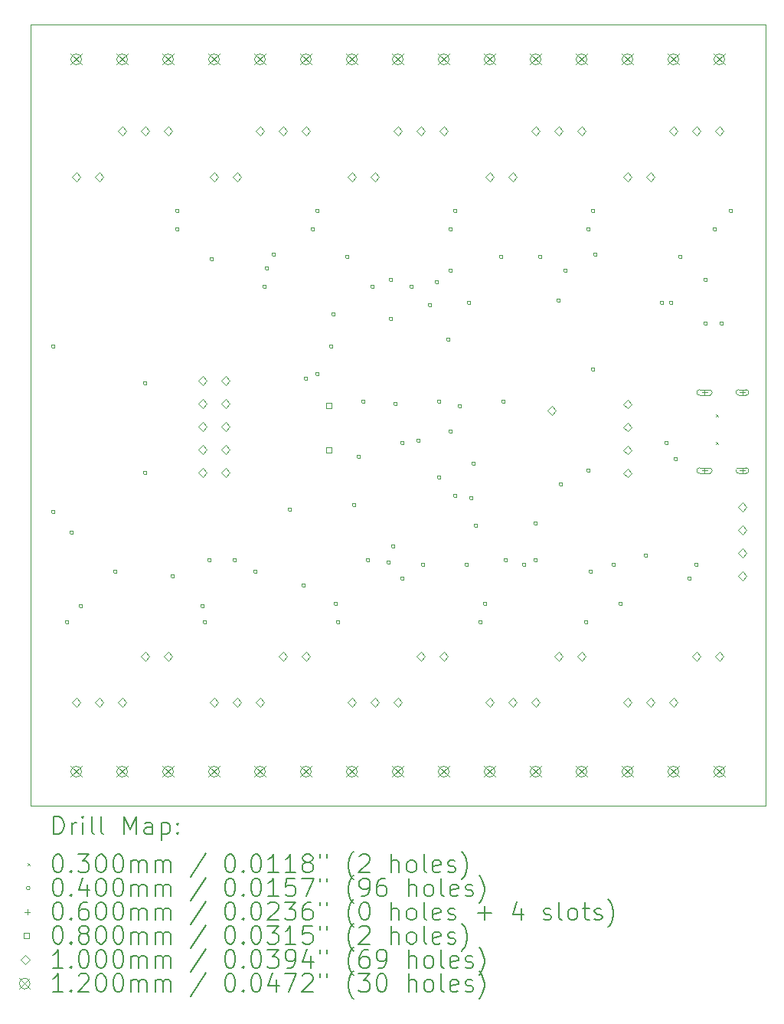
<source format=gbr>
%TF.GenerationSoftware,KiCad,Pcbnew,8.0.3*%
%TF.CreationDate,2024-06-21T15:52:02+03:00*%
%TF.ProjectId,pm,706d2e6b-6963-4616-945f-706362585858,rev?*%
%TF.SameCoordinates,Original*%
%TF.FileFunction,Drillmap*%
%TF.FilePolarity,Positive*%
%FSLAX45Y45*%
G04 Gerber Fmt 4.5, Leading zero omitted, Abs format (unit mm)*
G04 Created by KiCad (PCBNEW 8.0.3) date 2024-06-21 15:52:02*
%MOMM*%
%LPD*%
G01*
G04 APERTURE LIST*
%ADD10C,0.050000*%
%ADD11C,0.200000*%
%ADD12C,0.100000*%
%ADD13C,0.120000*%
G04 APERTURE END LIST*
D10*
X14478000Y-4699000D02*
X6350000Y-4699000D01*
X6350000Y-4699000D02*
X6350000Y-13335000D01*
X6350000Y-13335000D02*
X14478000Y-13335000D01*
X14478000Y-13335000D02*
X14478000Y-4699000D01*
D11*
D12*
X13929600Y-9002000D02*
X13959600Y-9032000D01*
X13959600Y-9002000D02*
X13929600Y-9032000D01*
X13929600Y-9306800D02*
X13959600Y-9336800D01*
X13959600Y-9306800D02*
X13929600Y-9336800D01*
X6624000Y-8255000D02*
G75*
G02*
X6584000Y-8255000I-20000J0D01*
G01*
X6584000Y-8255000D02*
G75*
G02*
X6624000Y-8255000I20000J0D01*
G01*
X6624000Y-10083800D02*
G75*
G02*
X6584000Y-10083800I-20000J0D01*
G01*
X6584000Y-10083800D02*
G75*
G02*
X6624000Y-10083800I20000J0D01*
G01*
X6776400Y-11303000D02*
G75*
G02*
X6736400Y-11303000I-20000J0D01*
G01*
X6736400Y-11303000D02*
G75*
G02*
X6776400Y-11303000I20000J0D01*
G01*
X6827200Y-10312400D02*
G75*
G02*
X6787200Y-10312400I-20000J0D01*
G01*
X6787200Y-10312400D02*
G75*
G02*
X6827200Y-10312400I20000J0D01*
G01*
X6928800Y-11125200D02*
G75*
G02*
X6888800Y-11125200I-20000J0D01*
G01*
X6888800Y-11125200D02*
G75*
G02*
X6928800Y-11125200I20000J0D01*
G01*
X7309800Y-10744200D02*
G75*
G02*
X7269800Y-10744200I-20000J0D01*
G01*
X7269800Y-10744200D02*
G75*
G02*
X7309800Y-10744200I20000J0D01*
G01*
X7640000Y-8661400D02*
G75*
G02*
X7600000Y-8661400I-20000J0D01*
G01*
X7600000Y-8661400D02*
G75*
G02*
X7640000Y-8661400I20000J0D01*
G01*
X7640000Y-9652000D02*
G75*
G02*
X7600000Y-9652000I-20000J0D01*
G01*
X7600000Y-9652000D02*
G75*
G02*
X7640000Y-9652000I20000J0D01*
G01*
X7944800Y-10795000D02*
G75*
G02*
X7904800Y-10795000I-20000J0D01*
G01*
X7904800Y-10795000D02*
G75*
G02*
X7944800Y-10795000I20000J0D01*
G01*
X7995600Y-6756400D02*
G75*
G02*
X7955600Y-6756400I-20000J0D01*
G01*
X7955600Y-6756400D02*
G75*
G02*
X7995600Y-6756400I20000J0D01*
G01*
X7995600Y-6959600D02*
G75*
G02*
X7955600Y-6959600I-20000J0D01*
G01*
X7955600Y-6959600D02*
G75*
G02*
X7995600Y-6959600I20000J0D01*
G01*
X8275000Y-11125200D02*
G75*
G02*
X8235000Y-11125200I-20000J0D01*
G01*
X8235000Y-11125200D02*
G75*
G02*
X8275000Y-11125200I20000J0D01*
G01*
X8300400Y-11303000D02*
G75*
G02*
X8260400Y-11303000I-20000J0D01*
G01*
X8260400Y-11303000D02*
G75*
G02*
X8300400Y-11303000I20000J0D01*
G01*
X8351200Y-10617200D02*
G75*
G02*
X8311200Y-10617200I-20000J0D01*
G01*
X8311200Y-10617200D02*
G75*
G02*
X8351200Y-10617200I20000J0D01*
G01*
X8376600Y-7289800D02*
G75*
G02*
X8336600Y-7289800I-20000J0D01*
G01*
X8336600Y-7289800D02*
G75*
G02*
X8376600Y-7289800I20000J0D01*
G01*
X8630600Y-10617200D02*
G75*
G02*
X8590600Y-10617200I-20000J0D01*
G01*
X8590600Y-10617200D02*
G75*
G02*
X8630600Y-10617200I20000J0D01*
G01*
X8859200Y-10744200D02*
G75*
G02*
X8819200Y-10744200I-20000J0D01*
G01*
X8819200Y-10744200D02*
G75*
G02*
X8859200Y-10744200I20000J0D01*
G01*
X8960800Y-7594600D02*
G75*
G02*
X8920800Y-7594600I-20000J0D01*
G01*
X8920800Y-7594600D02*
G75*
G02*
X8960800Y-7594600I20000J0D01*
G01*
X8986200Y-7391400D02*
G75*
G02*
X8946200Y-7391400I-20000J0D01*
G01*
X8946200Y-7391400D02*
G75*
G02*
X8986200Y-7391400I20000J0D01*
G01*
X9062400Y-7239000D02*
G75*
G02*
X9022400Y-7239000I-20000J0D01*
G01*
X9022400Y-7239000D02*
G75*
G02*
X9062400Y-7239000I20000J0D01*
G01*
X9240200Y-10058400D02*
G75*
G02*
X9200200Y-10058400I-20000J0D01*
G01*
X9200200Y-10058400D02*
G75*
G02*
X9240200Y-10058400I20000J0D01*
G01*
X9392600Y-10896600D02*
G75*
G02*
X9352600Y-10896600I-20000J0D01*
G01*
X9352600Y-10896600D02*
G75*
G02*
X9392600Y-10896600I20000J0D01*
G01*
X9418000Y-8610600D02*
G75*
G02*
X9378000Y-8610600I-20000J0D01*
G01*
X9378000Y-8610600D02*
G75*
G02*
X9418000Y-8610600I20000J0D01*
G01*
X9494200Y-6959600D02*
G75*
G02*
X9454200Y-6959600I-20000J0D01*
G01*
X9454200Y-6959600D02*
G75*
G02*
X9494200Y-6959600I20000J0D01*
G01*
X9545000Y-6756400D02*
G75*
G02*
X9505000Y-6756400I-20000J0D01*
G01*
X9505000Y-6756400D02*
G75*
G02*
X9545000Y-6756400I20000J0D01*
G01*
X9545000Y-8559800D02*
G75*
G02*
X9505000Y-8559800I-20000J0D01*
G01*
X9505000Y-8559800D02*
G75*
G02*
X9545000Y-8559800I20000J0D01*
G01*
X9697400Y-8255000D02*
G75*
G02*
X9657400Y-8255000I-20000J0D01*
G01*
X9657400Y-8255000D02*
G75*
G02*
X9697400Y-8255000I20000J0D01*
G01*
X9722800Y-7899400D02*
G75*
G02*
X9682800Y-7899400I-20000J0D01*
G01*
X9682800Y-7899400D02*
G75*
G02*
X9722800Y-7899400I20000J0D01*
G01*
X9748200Y-11099800D02*
G75*
G02*
X9708200Y-11099800I-20000J0D01*
G01*
X9708200Y-11099800D02*
G75*
G02*
X9748200Y-11099800I20000J0D01*
G01*
X9773600Y-11303000D02*
G75*
G02*
X9733600Y-11303000I-20000J0D01*
G01*
X9733600Y-11303000D02*
G75*
G02*
X9773600Y-11303000I20000J0D01*
G01*
X9875200Y-7264400D02*
G75*
G02*
X9835200Y-7264400I-20000J0D01*
G01*
X9835200Y-7264400D02*
G75*
G02*
X9875200Y-7264400I20000J0D01*
G01*
X9951400Y-10007600D02*
G75*
G02*
X9911400Y-10007600I-20000J0D01*
G01*
X9911400Y-10007600D02*
G75*
G02*
X9951400Y-10007600I20000J0D01*
G01*
X10002200Y-9474200D02*
G75*
G02*
X9962200Y-9474200I-20000J0D01*
G01*
X9962200Y-9474200D02*
G75*
G02*
X10002200Y-9474200I20000J0D01*
G01*
X10053000Y-8864600D02*
G75*
G02*
X10013000Y-8864600I-20000J0D01*
G01*
X10013000Y-8864600D02*
G75*
G02*
X10053000Y-8864600I20000J0D01*
G01*
X10103800Y-10617200D02*
G75*
G02*
X10063800Y-10617200I-20000J0D01*
G01*
X10063800Y-10617200D02*
G75*
G02*
X10103800Y-10617200I20000J0D01*
G01*
X10154600Y-7594600D02*
G75*
G02*
X10114600Y-7594600I-20000J0D01*
G01*
X10114600Y-7594600D02*
G75*
G02*
X10154600Y-7594600I20000J0D01*
G01*
X10332400Y-10642600D02*
G75*
G02*
X10292400Y-10642600I-20000J0D01*
G01*
X10292400Y-10642600D02*
G75*
G02*
X10332400Y-10642600I20000J0D01*
G01*
X10357800Y-7518400D02*
G75*
G02*
X10317800Y-7518400I-20000J0D01*
G01*
X10317800Y-7518400D02*
G75*
G02*
X10357800Y-7518400I20000J0D01*
G01*
X10357800Y-7950200D02*
G75*
G02*
X10317800Y-7950200I-20000J0D01*
G01*
X10317800Y-7950200D02*
G75*
G02*
X10357800Y-7950200I20000J0D01*
G01*
X10383200Y-10464800D02*
G75*
G02*
X10343200Y-10464800I-20000J0D01*
G01*
X10343200Y-10464800D02*
G75*
G02*
X10383200Y-10464800I20000J0D01*
G01*
X10408600Y-8890000D02*
G75*
G02*
X10368600Y-8890000I-20000J0D01*
G01*
X10368600Y-8890000D02*
G75*
G02*
X10408600Y-8890000I20000J0D01*
G01*
X10484800Y-9321800D02*
G75*
G02*
X10444800Y-9321800I-20000J0D01*
G01*
X10444800Y-9321800D02*
G75*
G02*
X10484800Y-9321800I20000J0D01*
G01*
X10484800Y-10820400D02*
G75*
G02*
X10444800Y-10820400I-20000J0D01*
G01*
X10444800Y-10820400D02*
G75*
G02*
X10484800Y-10820400I20000J0D01*
G01*
X10586400Y-7594600D02*
G75*
G02*
X10546400Y-7594600I-20000J0D01*
G01*
X10546400Y-7594600D02*
G75*
G02*
X10586400Y-7594600I20000J0D01*
G01*
X10662600Y-9296400D02*
G75*
G02*
X10622600Y-9296400I-20000J0D01*
G01*
X10622600Y-9296400D02*
G75*
G02*
X10662600Y-9296400I20000J0D01*
G01*
X10713400Y-10668000D02*
G75*
G02*
X10673400Y-10668000I-20000J0D01*
G01*
X10673400Y-10668000D02*
G75*
G02*
X10713400Y-10668000I20000J0D01*
G01*
X10789600Y-7797800D02*
G75*
G02*
X10749600Y-7797800I-20000J0D01*
G01*
X10749600Y-7797800D02*
G75*
G02*
X10789600Y-7797800I20000J0D01*
G01*
X10865800Y-7543800D02*
G75*
G02*
X10825800Y-7543800I-20000J0D01*
G01*
X10825800Y-7543800D02*
G75*
G02*
X10865800Y-7543800I20000J0D01*
G01*
X10891200Y-8864600D02*
G75*
G02*
X10851200Y-8864600I-20000J0D01*
G01*
X10851200Y-8864600D02*
G75*
G02*
X10891200Y-8864600I20000J0D01*
G01*
X10891200Y-9702800D02*
G75*
G02*
X10851200Y-9702800I-20000J0D01*
G01*
X10851200Y-9702800D02*
G75*
G02*
X10891200Y-9702800I20000J0D01*
G01*
X10992800Y-8178800D02*
G75*
G02*
X10952800Y-8178800I-20000J0D01*
G01*
X10952800Y-8178800D02*
G75*
G02*
X10992800Y-8178800I20000J0D01*
G01*
X11018200Y-6959600D02*
G75*
G02*
X10978200Y-6959600I-20000J0D01*
G01*
X10978200Y-6959600D02*
G75*
G02*
X11018200Y-6959600I20000J0D01*
G01*
X11018200Y-7416800D02*
G75*
G02*
X10978200Y-7416800I-20000J0D01*
G01*
X10978200Y-7416800D02*
G75*
G02*
X11018200Y-7416800I20000J0D01*
G01*
X11018200Y-9194800D02*
G75*
G02*
X10978200Y-9194800I-20000J0D01*
G01*
X10978200Y-9194800D02*
G75*
G02*
X11018200Y-9194800I20000J0D01*
G01*
X11069000Y-6756400D02*
G75*
G02*
X11029000Y-6756400I-20000J0D01*
G01*
X11029000Y-6756400D02*
G75*
G02*
X11069000Y-6756400I20000J0D01*
G01*
X11069000Y-9906000D02*
G75*
G02*
X11029000Y-9906000I-20000J0D01*
G01*
X11029000Y-9906000D02*
G75*
G02*
X11069000Y-9906000I20000J0D01*
G01*
X11119800Y-8915400D02*
G75*
G02*
X11079800Y-8915400I-20000J0D01*
G01*
X11079800Y-8915400D02*
G75*
G02*
X11119800Y-8915400I20000J0D01*
G01*
X11196000Y-10668000D02*
G75*
G02*
X11156000Y-10668000I-20000J0D01*
G01*
X11156000Y-10668000D02*
G75*
G02*
X11196000Y-10668000I20000J0D01*
G01*
X11221400Y-7772400D02*
G75*
G02*
X11181400Y-7772400I-20000J0D01*
G01*
X11181400Y-7772400D02*
G75*
G02*
X11221400Y-7772400I20000J0D01*
G01*
X11246800Y-9931400D02*
G75*
G02*
X11206800Y-9931400I-20000J0D01*
G01*
X11206800Y-9931400D02*
G75*
G02*
X11246800Y-9931400I20000J0D01*
G01*
X11272200Y-9550400D02*
G75*
G02*
X11232200Y-9550400I-20000J0D01*
G01*
X11232200Y-9550400D02*
G75*
G02*
X11272200Y-9550400I20000J0D01*
G01*
X11297600Y-10236200D02*
G75*
G02*
X11257600Y-10236200I-20000J0D01*
G01*
X11257600Y-10236200D02*
G75*
G02*
X11297600Y-10236200I20000J0D01*
G01*
X11348400Y-11303000D02*
G75*
G02*
X11308400Y-11303000I-20000J0D01*
G01*
X11308400Y-11303000D02*
G75*
G02*
X11348400Y-11303000I20000J0D01*
G01*
X11399200Y-11099800D02*
G75*
G02*
X11359200Y-11099800I-20000J0D01*
G01*
X11359200Y-11099800D02*
G75*
G02*
X11399200Y-11099800I20000J0D01*
G01*
X11577000Y-7264400D02*
G75*
G02*
X11537000Y-7264400I-20000J0D01*
G01*
X11537000Y-7264400D02*
G75*
G02*
X11577000Y-7264400I20000J0D01*
G01*
X11602400Y-8864600D02*
G75*
G02*
X11562400Y-8864600I-20000J0D01*
G01*
X11562400Y-8864600D02*
G75*
G02*
X11602400Y-8864600I20000J0D01*
G01*
X11627800Y-10617200D02*
G75*
G02*
X11587800Y-10617200I-20000J0D01*
G01*
X11587800Y-10617200D02*
G75*
G02*
X11627800Y-10617200I20000J0D01*
G01*
X11831000Y-10668000D02*
G75*
G02*
X11791000Y-10668000I-20000J0D01*
G01*
X11791000Y-10668000D02*
G75*
G02*
X11831000Y-10668000I20000J0D01*
G01*
X11958000Y-10210800D02*
G75*
G02*
X11918000Y-10210800I-20000J0D01*
G01*
X11918000Y-10210800D02*
G75*
G02*
X11958000Y-10210800I20000J0D01*
G01*
X11958000Y-10617200D02*
G75*
G02*
X11918000Y-10617200I-20000J0D01*
G01*
X11918000Y-10617200D02*
G75*
G02*
X11958000Y-10617200I20000J0D01*
G01*
X12008800Y-7264400D02*
G75*
G02*
X11968800Y-7264400I-20000J0D01*
G01*
X11968800Y-7264400D02*
G75*
G02*
X12008800Y-7264400I20000J0D01*
G01*
X12212000Y-7747000D02*
G75*
G02*
X12172000Y-7747000I-20000J0D01*
G01*
X12172000Y-7747000D02*
G75*
G02*
X12212000Y-7747000I20000J0D01*
G01*
X12237400Y-9779000D02*
G75*
G02*
X12197400Y-9779000I-20000J0D01*
G01*
X12197400Y-9779000D02*
G75*
G02*
X12237400Y-9779000I20000J0D01*
G01*
X12288200Y-7416800D02*
G75*
G02*
X12248200Y-7416800I-20000J0D01*
G01*
X12248200Y-7416800D02*
G75*
G02*
X12288200Y-7416800I20000J0D01*
G01*
X12516800Y-11303000D02*
G75*
G02*
X12476800Y-11303000I-20000J0D01*
G01*
X12476800Y-11303000D02*
G75*
G02*
X12516800Y-11303000I20000J0D01*
G01*
X12542200Y-6959600D02*
G75*
G02*
X12502200Y-6959600I-20000J0D01*
G01*
X12502200Y-6959600D02*
G75*
G02*
X12542200Y-6959600I20000J0D01*
G01*
X12542200Y-9626600D02*
G75*
G02*
X12502200Y-9626600I-20000J0D01*
G01*
X12502200Y-9626600D02*
G75*
G02*
X12542200Y-9626600I20000J0D01*
G01*
X12567600Y-10744200D02*
G75*
G02*
X12527600Y-10744200I-20000J0D01*
G01*
X12527600Y-10744200D02*
G75*
G02*
X12567600Y-10744200I20000J0D01*
G01*
X12593000Y-6756400D02*
G75*
G02*
X12553000Y-6756400I-20000J0D01*
G01*
X12553000Y-6756400D02*
G75*
G02*
X12593000Y-6756400I20000J0D01*
G01*
X12593000Y-8509000D02*
G75*
G02*
X12553000Y-8509000I-20000J0D01*
G01*
X12553000Y-8509000D02*
G75*
G02*
X12593000Y-8509000I20000J0D01*
G01*
X12618400Y-7239000D02*
G75*
G02*
X12578400Y-7239000I-20000J0D01*
G01*
X12578400Y-7239000D02*
G75*
G02*
X12618400Y-7239000I20000J0D01*
G01*
X12821600Y-10668000D02*
G75*
G02*
X12781600Y-10668000I-20000J0D01*
G01*
X12781600Y-10668000D02*
G75*
G02*
X12821600Y-10668000I20000J0D01*
G01*
X12897800Y-11099800D02*
G75*
G02*
X12857800Y-11099800I-20000J0D01*
G01*
X12857800Y-11099800D02*
G75*
G02*
X12897800Y-11099800I20000J0D01*
G01*
X13177200Y-10566400D02*
G75*
G02*
X13137200Y-10566400I-20000J0D01*
G01*
X13137200Y-10566400D02*
G75*
G02*
X13177200Y-10566400I20000J0D01*
G01*
X13355000Y-7772400D02*
G75*
G02*
X13315000Y-7772400I-20000J0D01*
G01*
X13315000Y-7772400D02*
G75*
G02*
X13355000Y-7772400I20000J0D01*
G01*
X13405800Y-9321800D02*
G75*
G02*
X13365800Y-9321800I-20000J0D01*
G01*
X13365800Y-9321800D02*
G75*
G02*
X13405800Y-9321800I20000J0D01*
G01*
X13456600Y-7772400D02*
G75*
G02*
X13416600Y-7772400I-20000J0D01*
G01*
X13416600Y-7772400D02*
G75*
G02*
X13456600Y-7772400I20000J0D01*
G01*
X13507400Y-9499600D02*
G75*
G02*
X13467400Y-9499600I-20000J0D01*
G01*
X13467400Y-9499600D02*
G75*
G02*
X13507400Y-9499600I20000J0D01*
G01*
X13558200Y-7264400D02*
G75*
G02*
X13518200Y-7264400I-20000J0D01*
G01*
X13518200Y-7264400D02*
G75*
G02*
X13558200Y-7264400I20000J0D01*
G01*
X13659800Y-10820400D02*
G75*
G02*
X13619800Y-10820400I-20000J0D01*
G01*
X13619800Y-10820400D02*
G75*
G02*
X13659800Y-10820400I20000J0D01*
G01*
X13736000Y-10668000D02*
G75*
G02*
X13696000Y-10668000I-20000J0D01*
G01*
X13696000Y-10668000D02*
G75*
G02*
X13736000Y-10668000I20000J0D01*
G01*
X13837600Y-7518400D02*
G75*
G02*
X13797600Y-7518400I-20000J0D01*
G01*
X13797600Y-7518400D02*
G75*
G02*
X13837600Y-7518400I20000J0D01*
G01*
X13837600Y-8001000D02*
G75*
G02*
X13797600Y-8001000I-20000J0D01*
G01*
X13797600Y-8001000D02*
G75*
G02*
X13837600Y-8001000I20000J0D01*
G01*
X13939200Y-6959600D02*
G75*
G02*
X13899200Y-6959600I-20000J0D01*
G01*
X13899200Y-6959600D02*
G75*
G02*
X13939200Y-6959600I20000J0D01*
G01*
X14015400Y-8001000D02*
G75*
G02*
X13975400Y-8001000I-20000J0D01*
G01*
X13975400Y-8001000D02*
G75*
G02*
X14015400Y-8001000I20000J0D01*
G01*
X14117000Y-6756400D02*
G75*
G02*
X14077000Y-6756400I-20000J0D01*
G01*
X14077000Y-6756400D02*
G75*
G02*
X14117000Y-6756400I20000J0D01*
G01*
X13806000Y-8733000D02*
X13806000Y-8793000D01*
X13776000Y-8763000D02*
X13836000Y-8763000D01*
X13751000Y-8793000D02*
X13861000Y-8793000D01*
X13861000Y-8733000D02*
G75*
G02*
X13861000Y-8793000I0J-30000D01*
G01*
X13861000Y-8733000D02*
X13751000Y-8733000D01*
X13751000Y-8733000D02*
G75*
G03*
X13751000Y-8793000I0J-30000D01*
G01*
X13806000Y-9597000D02*
X13806000Y-9657000D01*
X13776000Y-9627000D02*
X13836000Y-9627000D01*
X13751000Y-9657000D02*
X13861000Y-9657000D01*
X13861000Y-9597000D02*
G75*
G02*
X13861000Y-9657000I0J-30000D01*
G01*
X13861000Y-9597000D02*
X13751000Y-9597000D01*
X13751000Y-9597000D02*
G75*
G03*
X13751000Y-9657000I0J-30000D01*
G01*
X14224000Y-8733000D02*
X14224000Y-8793000D01*
X14194000Y-8763000D02*
X14254000Y-8763000D01*
X14184000Y-8793000D02*
X14264000Y-8793000D01*
X14264000Y-8733000D02*
G75*
G02*
X14264000Y-8793000I0J-30000D01*
G01*
X14264000Y-8733000D02*
X14184000Y-8733000D01*
X14184000Y-8733000D02*
G75*
G03*
X14184000Y-8793000I0J-30000D01*
G01*
X14224000Y-9597000D02*
X14224000Y-9657000D01*
X14194000Y-9627000D02*
X14254000Y-9627000D01*
X14184000Y-9657000D02*
X14264000Y-9657000D01*
X14264000Y-9597000D02*
G75*
G02*
X14264000Y-9657000I0J-30000D01*
G01*
X14264000Y-9597000D02*
X14184000Y-9597000D01*
X14184000Y-9597000D02*
G75*
G03*
X14184000Y-9657000I0J-30000D01*
G01*
X9680285Y-8936285D02*
X9680285Y-8879716D01*
X9623716Y-8879716D01*
X9623716Y-8936285D01*
X9680285Y-8936285D01*
X9680285Y-9426285D02*
X9680285Y-9369716D01*
X9623716Y-9369716D01*
X9623716Y-9426285D01*
X9680285Y-9426285D01*
X6858000Y-6434000D02*
X6908000Y-6384000D01*
X6858000Y-6334000D01*
X6808000Y-6384000D01*
X6858000Y-6434000D01*
X6858000Y-12242000D02*
X6908000Y-12192000D01*
X6858000Y-12142000D01*
X6808000Y-12192000D01*
X6858000Y-12242000D01*
X7112000Y-6434000D02*
X7162000Y-6384000D01*
X7112000Y-6334000D01*
X7062000Y-6384000D01*
X7112000Y-6434000D01*
X7112000Y-12242000D02*
X7162000Y-12192000D01*
X7112000Y-12142000D01*
X7062000Y-12192000D01*
X7112000Y-12242000D01*
X7366000Y-5926000D02*
X7416000Y-5876000D01*
X7366000Y-5826000D01*
X7316000Y-5876000D01*
X7366000Y-5926000D01*
X7366000Y-12242000D02*
X7416000Y-12192000D01*
X7366000Y-12142000D01*
X7316000Y-12192000D01*
X7366000Y-12242000D01*
X7620000Y-5926000D02*
X7670000Y-5876000D01*
X7620000Y-5826000D01*
X7570000Y-5876000D01*
X7620000Y-5926000D01*
X7620000Y-11734000D02*
X7670000Y-11684000D01*
X7620000Y-11634000D01*
X7570000Y-11684000D01*
X7620000Y-11734000D01*
X7874000Y-5926000D02*
X7924000Y-5876000D01*
X7874000Y-5826000D01*
X7824000Y-5876000D01*
X7874000Y-5926000D01*
X7874000Y-11734000D02*
X7924000Y-11684000D01*
X7874000Y-11634000D01*
X7824000Y-11684000D01*
X7874000Y-11734000D01*
X8255000Y-8686000D02*
X8305000Y-8636000D01*
X8255000Y-8586000D01*
X8205000Y-8636000D01*
X8255000Y-8686000D01*
X8255000Y-8940000D02*
X8305000Y-8890000D01*
X8255000Y-8840000D01*
X8205000Y-8890000D01*
X8255000Y-8940000D01*
X8255000Y-9194000D02*
X8305000Y-9144000D01*
X8255000Y-9094000D01*
X8205000Y-9144000D01*
X8255000Y-9194000D01*
X8255000Y-9448000D02*
X8305000Y-9398000D01*
X8255000Y-9348000D01*
X8205000Y-9398000D01*
X8255000Y-9448000D01*
X8255000Y-9702000D02*
X8305000Y-9652000D01*
X8255000Y-9602000D01*
X8205000Y-9652000D01*
X8255000Y-9702000D01*
X8382000Y-6434000D02*
X8432000Y-6384000D01*
X8382000Y-6334000D01*
X8332000Y-6384000D01*
X8382000Y-6434000D01*
X8382000Y-12242000D02*
X8432000Y-12192000D01*
X8382000Y-12142000D01*
X8332000Y-12192000D01*
X8382000Y-12242000D01*
X8509000Y-8686000D02*
X8559000Y-8636000D01*
X8509000Y-8586000D01*
X8459000Y-8636000D01*
X8509000Y-8686000D01*
X8509000Y-8940000D02*
X8559000Y-8890000D01*
X8509000Y-8840000D01*
X8459000Y-8890000D01*
X8509000Y-8940000D01*
X8509000Y-9194000D02*
X8559000Y-9144000D01*
X8509000Y-9094000D01*
X8459000Y-9144000D01*
X8509000Y-9194000D01*
X8509000Y-9448000D02*
X8559000Y-9398000D01*
X8509000Y-9348000D01*
X8459000Y-9398000D01*
X8509000Y-9448000D01*
X8509000Y-9702000D02*
X8559000Y-9652000D01*
X8509000Y-9602000D01*
X8459000Y-9652000D01*
X8509000Y-9702000D01*
X8636000Y-6434000D02*
X8686000Y-6384000D01*
X8636000Y-6334000D01*
X8586000Y-6384000D01*
X8636000Y-6434000D01*
X8636000Y-12242000D02*
X8686000Y-12192000D01*
X8636000Y-12142000D01*
X8586000Y-12192000D01*
X8636000Y-12242000D01*
X8890000Y-5926000D02*
X8940000Y-5876000D01*
X8890000Y-5826000D01*
X8840000Y-5876000D01*
X8890000Y-5926000D01*
X8890000Y-12242000D02*
X8940000Y-12192000D01*
X8890000Y-12142000D01*
X8840000Y-12192000D01*
X8890000Y-12242000D01*
X9144000Y-5926000D02*
X9194000Y-5876000D01*
X9144000Y-5826000D01*
X9094000Y-5876000D01*
X9144000Y-5926000D01*
X9144000Y-11734000D02*
X9194000Y-11684000D01*
X9144000Y-11634000D01*
X9094000Y-11684000D01*
X9144000Y-11734000D01*
X9398000Y-5926000D02*
X9448000Y-5876000D01*
X9398000Y-5826000D01*
X9348000Y-5876000D01*
X9398000Y-5926000D01*
X9398000Y-11734000D02*
X9448000Y-11684000D01*
X9398000Y-11634000D01*
X9348000Y-11684000D01*
X9398000Y-11734000D01*
X9906000Y-6434000D02*
X9956000Y-6384000D01*
X9906000Y-6334000D01*
X9856000Y-6384000D01*
X9906000Y-6434000D01*
X9906000Y-12242000D02*
X9956000Y-12192000D01*
X9906000Y-12142000D01*
X9856000Y-12192000D01*
X9906000Y-12242000D01*
X10160000Y-6434000D02*
X10210000Y-6384000D01*
X10160000Y-6334000D01*
X10110000Y-6384000D01*
X10160000Y-6434000D01*
X10160000Y-12242000D02*
X10210000Y-12192000D01*
X10160000Y-12142000D01*
X10110000Y-12192000D01*
X10160000Y-12242000D01*
X10414000Y-5926000D02*
X10464000Y-5876000D01*
X10414000Y-5826000D01*
X10364000Y-5876000D01*
X10414000Y-5926000D01*
X10414000Y-12242000D02*
X10464000Y-12192000D01*
X10414000Y-12142000D01*
X10364000Y-12192000D01*
X10414000Y-12242000D01*
X10668000Y-5926000D02*
X10718000Y-5876000D01*
X10668000Y-5826000D01*
X10618000Y-5876000D01*
X10668000Y-5926000D01*
X10668000Y-11734000D02*
X10718000Y-11684000D01*
X10668000Y-11634000D01*
X10618000Y-11684000D01*
X10668000Y-11734000D01*
X10922000Y-5926000D02*
X10972000Y-5876000D01*
X10922000Y-5826000D01*
X10872000Y-5876000D01*
X10922000Y-5926000D01*
X10922000Y-11734000D02*
X10972000Y-11684000D01*
X10922000Y-11634000D01*
X10872000Y-11684000D01*
X10922000Y-11734000D01*
X11430000Y-6434000D02*
X11480000Y-6384000D01*
X11430000Y-6334000D01*
X11380000Y-6384000D01*
X11430000Y-6434000D01*
X11430000Y-12242000D02*
X11480000Y-12192000D01*
X11430000Y-12142000D01*
X11380000Y-12192000D01*
X11430000Y-12242000D01*
X11684000Y-6434000D02*
X11734000Y-6384000D01*
X11684000Y-6334000D01*
X11634000Y-6384000D01*
X11684000Y-6434000D01*
X11684000Y-12242000D02*
X11734000Y-12192000D01*
X11684000Y-12142000D01*
X11634000Y-12192000D01*
X11684000Y-12242000D01*
X11938000Y-5926000D02*
X11988000Y-5876000D01*
X11938000Y-5826000D01*
X11888000Y-5876000D01*
X11938000Y-5926000D01*
X11938000Y-12242000D02*
X11988000Y-12192000D01*
X11938000Y-12142000D01*
X11888000Y-12192000D01*
X11938000Y-12242000D01*
X12115800Y-9016200D02*
X12165800Y-8966200D01*
X12115800Y-8916200D01*
X12065800Y-8966200D01*
X12115800Y-9016200D01*
X12192000Y-5926000D02*
X12242000Y-5876000D01*
X12192000Y-5826000D01*
X12142000Y-5876000D01*
X12192000Y-5926000D01*
X12192000Y-11734000D02*
X12242000Y-11684000D01*
X12192000Y-11634000D01*
X12142000Y-11684000D01*
X12192000Y-11734000D01*
X12446000Y-5926000D02*
X12496000Y-5876000D01*
X12446000Y-5826000D01*
X12396000Y-5876000D01*
X12446000Y-5926000D01*
X12446000Y-11734000D02*
X12496000Y-11684000D01*
X12446000Y-11634000D01*
X12396000Y-11684000D01*
X12446000Y-11734000D01*
X12954000Y-6434000D02*
X13004000Y-6384000D01*
X12954000Y-6334000D01*
X12904000Y-6384000D01*
X12954000Y-6434000D01*
X12954000Y-8941000D02*
X13004000Y-8891000D01*
X12954000Y-8841000D01*
X12904000Y-8891000D01*
X12954000Y-8941000D01*
X12954000Y-9195000D02*
X13004000Y-9145000D01*
X12954000Y-9095000D01*
X12904000Y-9145000D01*
X12954000Y-9195000D01*
X12954000Y-9449000D02*
X13004000Y-9399000D01*
X12954000Y-9349000D01*
X12904000Y-9399000D01*
X12954000Y-9449000D01*
X12954000Y-9703000D02*
X13004000Y-9653000D01*
X12954000Y-9603000D01*
X12904000Y-9653000D01*
X12954000Y-9703000D01*
X12954000Y-12242000D02*
X13004000Y-12192000D01*
X12954000Y-12142000D01*
X12904000Y-12192000D01*
X12954000Y-12242000D01*
X13208000Y-6434000D02*
X13258000Y-6384000D01*
X13208000Y-6334000D01*
X13158000Y-6384000D01*
X13208000Y-6434000D01*
X13208000Y-12242000D02*
X13258000Y-12192000D01*
X13208000Y-12142000D01*
X13158000Y-12192000D01*
X13208000Y-12242000D01*
X13462000Y-5926000D02*
X13512000Y-5876000D01*
X13462000Y-5826000D01*
X13412000Y-5876000D01*
X13462000Y-5926000D01*
X13462000Y-12242000D02*
X13512000Y-12192000D01*
X13462000Y-12142000D01*
X13412000Y-12192000D01*
X13462000Y-12242000D01*
X13716000Y-5926000D02*
X13766000Y-5876000D01*
X13716000Y-5826000D01*
X13666000Y-5876000D01*
X13716000Y-5926000D01*
X13716000Y-11734000D02*
X13766000Y-11684000D01*
X13716000Y-11634000D01*
X13666000Y-11684000D01*
X13716000Y-11734000D01*
X13970000Y-5926000D02*
X14020000Y-5876000D01*
X13970000Y-5826000D01*
X13920000Y-5876000D01*
X13970000Y-5926000D01*
X13970000Y-11734000D02*
X14020000Y-11684000D01*
X13970000Y-11634000D01*
X13920000Y-11684000D01*
X13970000Y-11734000D01*
X14224000Y-10083000D02*
X14274000Y-10033000D01*
X14224000Y-9983000D01*
X14174000Y-10033000D01*
X14224000Y-10083000D01*
X14224000Y-10337000D02*
X14274000Y-10287000D01*
X14224000Y-10237000D01*
X14174000Y-10287000D01*
X14224000Y-10337000D01*
X14224000Y-10591000D02*
X14274000Y-10541000D01*
X14224000Y-10491000D01*
X14174000Y-10541000D01*
X14224000Y-10591000D01*
X14224000Y-10845000D02*
X14274000Y-10795000D01*
X14224000Y-10745000D01*
X14174000Y-10795000D01*
X14224000Y-10845000D01*
D13*
X6798000Y-5020000D02*
X6918000Y-5140000D01*
X6918000Y-5020000D02*
X6798000Y-5140000D01*
X6918000Y-5080000D02*
G75*
G02*
X6798000Y-5080000I-60000J0D01*
G01*
X6798000Y-5080000D02*
G75*
G02*
X6918000Y-5080000I60000J0D01*
G01*
X6798000Y-12894000D02*
X6918000Y-13014000D01*
X6918000Y-12894000D02*
X6798000Y-13014000D01*
X6918000Y-12954000D02*
G75*
G02*
X6798000Y-12954000I-60000J0D01*
G01*
X6798000Y-12954000D02*
G75*
G02*
X6918000Y-12954000I60000J0D01*
G01*
X7306000Y-5020000D02*
X7426000Y-5140000D01*
X7426000Y-5020000D02*
X7306000Y-5140000D01*
X7426000Y-5080000D02*
G75*
G02*
X7306000Y-5080000I-60000J0D01*
G01*
X7306000Y-5080000D02*
G75*
G02*
X7426000Y-5080000I60000J0D01*
G01*
X7306000Y-12894000D02*
X7426000Y-13014000D01*
X7426000Y-12894000D02*
X7306000Y-13014000D01*
X7426000Y-12954000D02*
G75*
G02*
X7306000Y-12954000I-60000J0D01*
G01*
X7306000Y-12954000D02*
G75*
G02*
X7426000Y-12954000I60000J0D01*
G01*
X7814000Y-5020000D02*
X7934000Y-5140000D01*
X7934000Y-5020000D02*
X7814000Y-5140000D01*
X7934000Y-5080000D02*
G75*
G02*
X7814000Y-5080000I-60000J0D01*
G01*
X7814000Y-5080000D02*
G75*
G02*
X7934000Y-5080000I60000J0D01*
G01*
X7814000Y-12894000D02*
X7934000Y-13014000D01*
X7934000Y-12894000D02*
X7814000Y-13014000D01*
X7934000Y-12954000D02*
G75*
G02*
X7814000Y-12954000I-60000J0D01*
G01*
X7814000Y-12954000D02*
G75*
G02*
X7934000Y-12954000I60000J0D01*
G01*
X8322000Y-5020000D02*
X8442000Y-5140000D01*
X8442000Y-5020000D02*
X8322000Y-5140000D01*
X8442000Y-5080000D02*
G75*
G02*
X8322000Y-5080000I-60000J0D01*
G01*
X8322000Y-5080000D02*
G75*
G02*
X8442000Y-5080000I60000J0D01*
G01*
X8322000Y-12894000D02*
X8442000Y-13014000D01*
X8442000Y-12894000D02*
X8322000Y-13014000D01*
X8442000Y-12954000D02*
G75*
G02*
X8322000Y-12954000I-60000J0D01*
G01*
X8322000Y-12954000D02*
G75*
G02*
X8442000Y-12954000I60000J0D01*
G01*
X8830000Y-5020000D02*
X8950000Y-5140000D01*
X8950000Y-5020000D02*
X8830000Y-5140000D01*
X8950000Y-5080000D02*
G75*
G02*
X8830000Y-5080000I-60000J0D01*
G01*
X8830000Y-5080000D02*
G75*
G02*
X8950000Y-5080000I60000J0D01*
G01*
X8830000Y-12894000D02*
X8950000Y-13014000D01*
X8950000Y-12894000D02*
X8830000Y-13014000D01*
X8950000Y-12954000D02*
G75*
G02*
X8830000Y-12954000I-60000J0D01*
G01*
X8830000Y-12954000D02*
G75*
G02*
X8950000Y-12954000I60000J0D01*
G01*
X9338000Y-5020000D02*
X9458000Y-5140000D01*
X9458000Y-5020000D02*
X9338000Y-5140000D01*
X9458000Y-5080000D02*
G75*
G02*
X9338000Y-5080000I-60000J0D01*
G01*
X9338000Y-5080000D02*
G75*
G02*
X9458000Y-5080000I60000J0D01*
G01*
X9338000Y-12894000D02*
X9458000Y-13014000D01*
X9458000Y-12894000D02*
X9338000Y-13014000D01*
X9458000Y-12954000D02*
G75*
G02*
X9338000Y-12954000I-60000J0D01*
G01*
X9338000Y-12954000D02*
G75*
G02*
X9458000Y-12954000I60000J0D01*
G01*
X9846000Y-5020000D02*
X9966000Y-5140000D01*
X9966000Y-5020000D02*
X9846000Y-5140000D01*
X9966000Y-5080000D02*
G75*
G02*
X9846000Y-5080000I-60000J0D01*
G01*
X9846000Y-5080000D02*
G75*
G02*
X9966000Y-5080000I60000J0D01*
G01*
X9846000Y-12894000D02*
X9966000Y-13014000D01*
X9966000Y-12894000D02*
X9846000Y-13014000D01*
X9966000Y-12954000D02*
G75*
G02*
X9846000Y-12954000I-60000J0D01*
G01*
X9846000Y-12954000D02*
G75*
G02*
X9966000Y-12954000I60000J0D01*
G01*
X10354000Y-5020000D02*
X10474000Y-5140000D01*
X10474000Y-5020000D02*
X10354000Y-5140000D01*
X10474000Y-5080000D02*
G75*
G02*
X10354000Y-5080000I-60000J0D01*
G01*
X10354000Y-5080000D02*
G75*
G02*
X10474000Y-5080000I60000J0D01*
G01*
X10354000Y-12894000D02*
X10474000Y-13014000D01*
X10474000Y-12894000D02*
X10354000Y-13014000D01*
X10474000Y-12954000D02*
G75*
G02*
X10354000Y-12954000I-60000J0D01*
G01*
X10354000Y-12954000D02*
G75*
G02*
X10474000Y-12954000I60000J0D01*
G01*
X10862000Y-5020000D02*
X10982000Y-5140000D01*
X10982000Y-5020000D02*
X10862000Y-5140000D01*
X10982000Y-5080000D02*
G75*
G02*
X10862000Y-5080000I-60000J0D01*
G01*
X10862000Y-5080000D02*
G75*
G02*
X10982000Y-5080000I60000J0D01*
G01*
X10862000Y-12894000D02*
X10982000Y-13014000D01*
X10982000Y-12894000D02*
X10862000Y-13014000D01*
X10982000Y-12954000D02*
G75*
G02*
X10862000Y-12954000I-60000J0D01*
G01*
X10862000Y-12954000D02*
G75*
G02*
X10982000Y-12954000I60000J0D01*
G01*
X11370000Y-5020000D02*
X11490000Y-5140000D01*
X11490000Y-5020000D02*
X11370000Y-5140000D01*
X11490000Y-5080000D02*
G75*
G02*
X11370000Y-5080000I-60000J0D01*
G01*
X11370000Y-5080000D02*
G75*
G02*
X11490000Y-5080000I60000J0D01*
G01*
X11370000Y-12894000D02*
X11490000Y-13014000D01*
X11490000Y-12894000D02*
X11370000Y-13014000D01*
X11490000Y-12954000D02*
G75*
G02*
X11370000Y-12954000I-60000J0D01*
G01*
X11370000Y-12954000D02*
G75*
G02*
X11490000Y-12954000I60000J0D01*
G01*
X11878000Y-5020000D02*
X11998000Y-5140000D01*
X11998000Y-5020000D02*
X11878000Y-5140000D01*
X11998000Y-5080000D02*
G75*
G02*
X11878000Y-5080000I-60000J0D01*
G01*
X11878000Y-5080000D02*
G75*
G02*
X11998000Y-5080000I60000J0D01*
G01*
X11878000Y-12894000D02*
X11998000Y-13014000D01*
X11998000Y-12894000D02*
X11878000Y-13014000D01*
X11998000Y-12954000D02*
G75*
G02*
X11878000Y-12954000I-60000J0D01*
G01*
X11878000Y-12954000D02*
G75*
G02*
X11998000Y-12954000I60000J0D01*
G01*
X12386000Y-5020000D02*
X12506000Y-5140000D01*
X12506000Y-5020000D02*
X12386000Y-5140000D01*
X12506000Y-5080000D02*
G75*
G02*
X12386000Y-5080000I-60000J0D01*
G01*
X12386000Y-5080000D02*
G75*
G02*
X12506000Y-5080000I60000J0D01*
G01*
X12386000Y-12894000D02*
X12506000Y-13014000D01*
X12506000Y-12894000D02*
X12386000Y-13014000D01*
X12506000Y-12954000D02*
G75*
G02*
X12386000Y-12954000I-60000J0D01*
G01*
X12386000Y-12954000D02*
G75*
G02*
X12506000Y-12954000I60000J0D01*
G01*
X12894000Y-5020000D02*
X13014000Y-5140000D01*
X13014000Y-5020000D02*
X12894000Y-5140000D01*
X13014000Y-5080000D02*
G75*
G02*
X12894000Y-5080000I-60000J0D01*
G01*
X12894000Y-5080000D02*
G75*
G02*
X13014000Y-5080000I60000J0D01*
G01*
X12894000Y-12894000D02*
X13014000Y-13014000D01*
X13014000Y-12894000D02*
X12894000Y-13014000D01*
X13014000Y-12954000D02*
G75*
G02*
X12894000Y-12954000I-60000J0D01*
G01*
X12894000Y-12954000D02*
G75*
G02*
X13014000Y-12954000I60000J0D01*
G01*
X13402000Y-5020000D02*
X13522000Y-5140000D01*
X13522000Y-5020000D02*
X13402000Y-5140000D01*
X13522000Y-5080000D02*
G75*
G02*
X13402000Y-5080000I-60000J0D01*
G01*
X13402000Y-5080000D02*
G75*
G02*
X13522000Y-5080000I60000J0D01*
G01*
X13402000Y-12894000D02*
X13522000Y-13014000D01*
X13522000Y-12894000D02*
X13402000Y-13014000D01*
X13522000Y-12954000D02*
G75*
G02*
X13402000Y-12954000I-60000J0D01*
G01*
X13402000Y-12954000D02*
G75*
G02*
X13522000Y-12954000I60000J0D01*
G01*
X13910000Y-5020000D02*
X14030000Y-5140000D01*
X14030000Y-5020000D02*
X13910000Y-5140000D01*
X14030000Y-5080000D02*
G75*
G02*
X13910000Y-5080000I-60000J0D01*
G01*
X13910000Y-5080000D02*
G75*
G02*
X14030000Y-5080000I60000J0D01*
G01*
X13910000Y-12894000D02*
X14030000Y-13014000D01*
X14030000Y-12894000D02*
X13910000Y-13014000D01*
X14030000Y-12954000D02*
G75*
G02*
X13910000Y-12954000I-60000J0D01*
G01*
X13910000Y-12954000D02*
G75*
G02*
X14030000Y-12954000I60000J0D01*
G01*
D11*
X6608277Y-13648984D02*
X6608277Y-13448984D01*
X6608277Y-13448984D02*
X6655896Y-13448984D01*
X6655896Y-13448984D02*
X6684467Y-13458508D01*
X6684467Y-13458508D02*
X6703515Y-13477555D01*
X6703515Y-13477555D02*
X6713039Y-13496603D01*
X6713039Y-13496603D02*
X6722562Y-13534698D01*
X6722562Y-13534698D02*
X6722562Y-13563269D01*
X6722562Y-13563269D02*
X6713039Y-13601365D01*
X6713039Y-13601365D02*
X6703515Y-13620412D01*
X6703515Y-13620412D02*
X6684467Y-13639460D01*
X6684467Y-13639460D02*
X6655896Y-13648984D01*
X6655896Y-13648984D02*
X6608277Y-13648984D01*
X6808277Y-13648984D02*
X6808277Y-13515650D01*
X6808277Y-13553746D02*
X6817801Y-13534698D01*
X6817801Y-13534698D02*
X6827324Y-13525174D01*
X6827324Y-13525174D02*
X6846372Y-13515650D01*
X6846372Y-13515650D02*
X6865420Y-13515650D01*
X6932086Y-13648984D02*
X6932086Y-13515650D01*
X6932086Y-13448984D02*
X6922562Y-13458508D01*
X6922562Y-13458508D02*
X6932086Y-13468031D01*
X6932086Y-13468031D02*
X6941610Y-13458508D01*
X6941610Y-13458508D02*
X6932086Y-13448984D01*
X6932086Y-13448984D02*
X6932086Y-13468031D01*
X7055896Y-13648984D02*
X7036848Y-13639460D01*
X7036848Y-13639460D02*
X7027324Y-13620412D01*
X7027324Y-13620412D02*
X7027324Y-13448984D01*
X7160658Y-13648984D02*
X7141610Y-13639460D01*
X7141610Y-13639460D02*
X7132086Y-13620412D01*
X7132086Y-13620412D02*
X7132086Y-13448984D01*
X7389229Y-13648984D02*
X7389229Y-13448984D01*
X7389229Y-13448984D02*
X7455896Y-13591841D01*
X7455896Y-13591841D02*
X7522562Y-13448984D01*
X7522562Y-13448984D02*
X7522562Y-13648984D01*
X7703515Y-13648984D02*
X7703515Y-13544222D01*
X7703515Y-13544222D02*
X7693991Y-13525174D01*
X7693991Y-13525174D02*
X7674943Y-13515650D01*
X7674943Y-13515650D02*
X7636848Y-13515650D01*
X7636848Y-13515650D02*
X7617801Y-13525174D01*
X7703515Y-13639460D02*
X7684467Y-13648984D01*
X7684467Y-13648984D02*
X7636848Y-13648984D01*
X7636848Y-13648984D02*
X7617801Y-13639460D01*
X7617801Y-13639460D02*
X7608277Y-13620412D01*
X7608277Y-13620412D02*
X7608277Y-13601365D01*
X7608277Y-13601365D02*
X7617801Y-13582317D01*
X7617801Y-13582317D02*
X7636848Y-13572793D01*
X7636848Y-13572793D02*
X7684467Y-13572793D01*
X7684467Y-13572793D02*
X7703515Y-13563269D01*
X7798753Y-13515650D02*
X7798753Y-13715650D01*
X7798753Y-13525174D02*
X7817801Y-13515650D01*
X7817801Y-13515650D02*
X7855896Y-13515650D01*
X7855896Y-13515650D02*
X7874943Y-13525174D01*
X7874943Y-13525174D02*
X7884467Y-13534698D01*
X7884467Y-13534698D02*
X7893991Y-13553746D01*
X7893991Y-13553746D02*
X7893991Y-13610888D01*
X7893991Y-13610888D02*
X7884467Y-13629936D01*
X7884467Y-13629936D02*
X7874943Y-13639460D01*
X7874943Y-13639460D02*
X7855896Y-13648984D01*
X7855896Y-13648984D02*
X7817801Y-13648984D01*
X7817801Y-13648984D02*
X7798753Y-13639460D01*
X7979705Y-13629936D02*
X7989229Y-13639460D01*
X7989229Y-13639460D02*
X7979705Y-13648984D01*
X7979705Y-13648984D02*
X7970182Y-13639460D01*
X7970182Y-13639460D02*
X7979705Y-13629936D01*
X7979705Y-13629936D02*
X7979705Y-13648984D01*
X7979705Y-13525174D02*
X7989229Y-13534698D01*
X7989229Y-13534698D02*
X7979705Y-13544222D01*
X7979705Y-13544222D02*
X7970182Y-13534698D01*
X7970182Y-13534698D02*
X7979705Y-13525174D01*
X7979705Y-13525174D02*
X7979705Y-13544222D01*
D12*
X6317500Y-13962500D02*
X6347500Y-13992500D01*
X6347500Y-13962500D02*
X6317500Y-13992500D01*
D11*
X6646372Y-13868984D02*
X6665420Y-13868984D01*
X6665420Y-13868984D02*
X6684467Y-13878508D01*
X6684467Y-13878508D02*
X6693991Y-13888031D01*
X6693991Y-13888031D02*
X6703515Y-13907079D01*
X6703515Y-13907079D02*
X6713039Y-13945174D01*
X6713039Y-13945174D02*
X6713039Y-13992793D01*
X6713039Y-13992793D02*
X6703515Y-14030888D01*
X6703515Y-14030888D02*
X6693991Y-14049936D01*
X6693991Y-14049936D02*
X6684467Y-14059460D01*
X6684467Y-14059460D02*
X6665420Y-14068984D01*
X6665420Y-14068984D02*
X6646372Y-14068984D01*
X6646372Y-14068984D02*
X6627324Y-14059460D01*
X6627324Y-14059460D02*
X6617801Y-14049936D01*
X6617801Y-14049936D02*
X6608277Y-14030888D01*
X6608277Y-14030888D02*
X6598753Y-13992793D01*
X6598753Y-13992793D02*
X6598753Y-13945174D01*
X6598753Y-13945174D02*
X6608277Y-13907079D01*
X6608277Y-13907079D02*
X6617801Y-13888031D01*
X6617801Y-13888031D02*
X6627324Y-13878508D01*
X6627324Y-13878508D02*
X6646372Y-13868984D01*
X6798753Y-14049936D02*
X6808277Y-14059460D01*
X6808277Y-14059460D02*
X6798753Y-14068984D01*
X6798753Y-14068984D02*
X6789229Y-14059460D01*
X6789229Y-14059460D02*
X6798753Y-14049936D01*
X6798753Y-14049936D02*
X6798753Y-14068984D01*
X6874943Y-13868984D02*
X6998753Y-13868984D01*
X6998753Y-13868984D02*
X6932086Y-13945174D01*
X6932086Y-13945174D02*
X6960658Y-13945174D01*
X6960658Y-13945174D02*
X6979705Y-13954698D01*
X6979705Y-13954698D02*
X6989229Y-13964222D01*
X6989229Y-13964222D02*
X6998753Y-13983269D01*
X6998753Y-13983269D02*
X6998753Y-14030888D01*
X6998753Y-14030888D02*
X6989229Y-14049936D01*
X6989229Y-14049936D02*
X6979705Y-14059460D01*
X6979705Y-14059460D02*
X6960658Y-14068984D01*
X6960658Y-14068984D02*
X6903515Y-14068984D01*
X6903515Y-14068984D02*
X6884467Y-14059460D01*
X6884467Y-14059460D02*
X6874943Y-14049936D01*
X7122562Y-13868984D02*
X7141610Y-13868984D01*
X7141610Y-13868984D02*
X7160658Y-13878508D01*
X7160658Y-13878508D02*
X7170182Y-13888031D01*
X7170182Y-13888031D02*
X7179705Y-13907079D01*
X7179705Y-13907079D02*
X7189229Y-13945174D01*
X7189229Y-13945174D02*
X7189229Y-13992793D01*
X7189229Y-13992793D02*
X7179705Y-14030888D01*
X7179705Y-14030888D02*
X7170182Y-14049936D01*
X7170182Y-14049936D02*
X7160658Y-14059460D01*
X7160658Y-14059460D02*
X7141610Y-14068984D01*
X7141610Y-14068984D02*
X7122562Y-14068984D01*
X7122562Y-14068984D02*
X7103515Y-14059460D01*
X7103515Y-14059460D02*
X7093991Y-14049936D01*
X7093991Y-14049936D02*
X7084467Y-14030888D01*
X7084467Y-14030888D02*
X7074943Y-13992793D01*
X7074943Y-13992793D02*
X7074943Y-13945174D01*
X7074943Y-13945174D02*
X7084467Y-13907079D01*
X7084467Y-13907079D02*
X7093991Y-13888031D01*
X7093991Y-13888031D02*
X7103515Y-13878508D01*
X7103515Y-13878508D02*
X7122562Y-13868984D01*
X7313039Y-13868984D02*
X7332086Y-13868984D01*
X7332086Y-13868984D02*
X7351134Y-13878508D01*
X7351134Y-13878508D02*
X7360658Y-13888031D01*
X7360658Y-13888031D02*
X7370182Y-13907079D01*
X7370182Y-13907079D02*
X7379705Y-13945174D01*
X7379705Y-13945174D02*
X7379705Y-13992793D01*
X7379705Y-13992793D02*
X7370182Y-14030888D01*
X7370182Y-14030888D02*
X7360658Y-14049936D01*
X7360658Y-14049936D02*
X7351134Y-14059460D01*
X7351134Y-14059460D02*
X7332086Y-14068984D01*
X7332086Y-14068984D02*
X7313039Y-14068984D01*
X7313039Y-14068984D02*
X7293991Y-14059460D01*
X7293991Y-14059460D02*
X7284467Y-14049936D01*
X7284467Y-14049936D02*
X7274943Y-14030888D01*
X7274943Y-14030888D02*
X7265420Y-13992793D01*
X7265420Y-13992793D02*
X7265420Y-13945174D01*
X7265420Y-13945174D02*
X7274943Y-13907079D01*
X7274943Y-13907079D02*
X7284467Y-13888031D01*
X7284467Y-13888031D02*
X7293991Y-13878508D01*
X7293991Y-13878508D02*
X7313039Y-13868984D01*
X7465420Y-14068984D02*
X7465420Y-13935650D01*
X7465420Y-13954698D02*
X7474943Y-13945174D01*
X7474943Y-13945174D02*
X7493991Y-13935650D01*
X7493991Y-13935650D02*
X7522563Y-13935650D01*
X7522563Y-13935650D02*
X7541610Y-13945174D01*
X7541610Y-13945174D02*
X7551134Y-13964222D01*
X7551134Y-13964222D02*
X7551134Y-14068984D01*
X7551134Y-13964222D02*
X7560658Y-13945174D01*
X7560658Y-13945174D02*
X7579705Y-13935650D01*
X7579705Y-13935650D02*
X7608277Y-13935650D01*
X7608277Y-13935650D02*
X7627324Y-13945174D01*
X7627324Y-13945174D02*
X7636848Y-13964222D01*
X7636848Y-13964222D02*
X7636848Y-14068984D01*
X7732086Y-14068984D02*
X7732086Y-13935650D01*
X7732086Y-13954698D02*
X7741610Y-13945174D01*
X7741610Y-13945174D02*
X7760658Y-13935650D01*
X7760658Y-13935650D02*
X7789229Y-13935650D01*
X7789229Y-13935650D02*
X7808277Y-13945174D01*
X7808277Y-13945174D02*
X7817801Y-13964222D01*
X7817801Y-13964222D02*
X7817801Y-14068984D01*
X7817801Y-13964222D02*
X7827324Y-13945174D01*
X7827324Y-13945174D02*
X7846372Y-13935650D01*
X7846372Y-13935650D02*
X7874943Y-13935650D01*
X7874943Y-13935650D02*
X7893991Y-13945174D01*
X7893991Y-13945174D02*
X7903515Y-13964222D01*
X7903515Y-13964222D02*
X7903515Y-14068984D01*
X8293991Y-13859460D02*
X8122563Y-14116603D01*
X8551134Y-13868984D02*
X8570182Y-13868984D01*
X8570182Y-13868984D02*
X8589229Y-13878508D01*
X8589229Y-13878508D02*
X8598753Y-13888031D01*
X8598753Y-13888031D02*
X8608277Y-13907079D01*
X8608277Y-13907079D02*
X8617801Y-13945174D01*
X8617801Y-13945174D02*
X8617801Y-13992793D01*
X8617801Y-13992793D02*
X8608277Y-14030888D01*
X8608277Y-14030888D02*
X8598753Y-14049936D01*
X8598753Y-14049936D02*
X8589229Y-14059460D01*
X8589229Y-14059460D02*
X8570182Y-14068984D01*
X8570182Y-14068984D02*
X8551134Y-14068984D01*
X8551134Y-14068984D02*
X8532087Y-14059460D01*
X8532087Y-14059460D02*
X8522563Y-14049936D01*
X8522563Y-14049936D02*
X8513039Y-14030888D01*
X8513039Y-14030888D02*
X8503515Y-13992793D01*
X8503515Y-13992793D02*
X8503515Y-13945174D01*
X8503515Y-13945174D02*
X8513039Y-13907079D01*
X8513039Y-13907079D02*
X8522563Y-13888031D01*
X8522563Y-13888031D02*
X8532087Y-13878508D01*
X8532087Y-13878508D02*
X8551134Y-13868984D01*
X8703515Y-14049936D02*
X8713039Y-14059460D01*
X8713039Y-14059460D02*
X8703515Y-14068984D01*
X8703515Y-14068984D02*
X8693991Y-14059460D01*
X8693991Y-14059460D02*
X8703515Y-14049936D01*
X8703515Y-14049936D02*
X8703515Y-14068984D01*
X8836848Y-13868984D02*
X8855896Y-13868984D01*
X8855896Y-13868984D02*
X8874944Y-13878508D01*
X8874944Y-13878508D02*
X8884468Y-13888031D01*
X8884468Y-13888031D02*
X8893991Y-13907079D01*
X8893991Y-13907079D02*
X8903515Y-13945174D01*
X8903515Y-13945174D02*
X8903515Y-13992793D01*
X8903515Y-13992793D02*
X8893991Y-14030888D01*
X8893991Y-14030888D02*
X8884468Y-14049936D01*
X8884468Y-14049936D02*
X8874944Y-14059460D01*
X8874944Y-14059460D02*
X8855896Y-14068984D01*
X8855896Y-14068984D02*
X8836848Y-14068984D01*
X8836848Y-14068984D02*
X8817801Y-14059460D01*
X8817801Y-14059460D02*
X8808277Y-14049936D01*
X8808277Y-14049936D02*
X8798753Y-14030888D01*
X8798753Y-14030888D02*
X8789229Y-13992793D01*
X8789229Y-13992793D02*
X8789229Y-13945174D01*
X8789229Y-13945174D02*
X8798753Y-13907079D01*
X8798753Y-13907079D02*
X8808277Y-13888031D01*
X8808277Y-13888031D02*
X8817801Y-13878508D01*
X8817801Y-13878508D02*
X8836848Y-13868984D01*
X9093991Y-14068984D02*
X8979706Y-14068984D01*
X9036848Y-14068984D02*
X9036848Y-13868984D01*
X9036848Y-13868984D02*
X9017801Y-13897555D01*
X9017801Y-13897555D02*
X8998753Y-13916603D01*
X8998753Y-13916603D02*
X8979706Y-13926127D01*
X9284468Y-14068984D02*
X9170182Y-14068984D01*
X9227325Y-14068984D02*
X9227325Y-13868984D01*
X9227325Y-13868984D02*
X9208277Y-13897555D01*
X9208277Y-13897555D02*
X9189229Y-13916603D01*
X9189229Y-13916603D02*
X9170182Y-13926127D01*
X9398753Y-13954698D02*
X9379706Y-13945174D01*
X9379706Y-13945174D02*
X9370182Y-13935650D01*
X9370182Y-13935650D02*
X9360658Y-13916603D01*
X9360658Y-13916603D02*
X9360658Y-13907079D01*
X9360658Y-13907079D02*
X9370182Y-13888031D01*
X9370182Y-13888031D02*
X9379706Y-13878508D01*
X9379706Y-13878508D02*
X9398753Y-13868984D01*
X9398753Y-13868984D02*
X9436849Y-13868984D01*
X9436849Y-13868984D02*
X9455896Y-13878508D01*
X9455896Y-13878508D02*
X9465420Y-13888031D01*
X9465420Y-13888031D02*
X9474944Y-13907079D01*
X9474944Y-13907079D02*
X9474944Y-13916603D01*
X9474944Y-13916603D02*
X9465420Y-13935650D01*
X9465420Y-13935650D02*
X9455896Y-13945174D01*
X9455896Y-13945174D02*
X9436849Y-13954698D01*
X9436849Y-13954698D02*
X9398753Y-13954698D01*
X9398753Y-13954698D02*
X9379706Y-13964222D01*
X9379706Y-13964222D02*
X9370182Y-13973746D01*
X9370182Y-13973746D02*
X9360658Y-13992793D01*
X9360658Y-13992793D02*
X9360658Y-14030888D01*
X9360658Y-14030888D02*
X9370182Y-14049936D01*
X9370182Y-14049936D02*
X9379706Y-14059460D01*
X9379706Y-14059460D02*
X9398753Y-14068984D01*
X9398753Y-14068984D02*
X9436849Y-14068984D01*
X9436849Y-14068984D02*
X9455896Y-14059460D01*
X9455896Y-14059460D02*
X9465420Y-14049936D01*
X9465420Y-14049936D02*
X9474944Y-14030888D01*
X9474944Y-14030888D02*
X9474944Y-13992793D01*
X9474944Y-13992793D02*
X9465420Y-13973746D01*
X9465420Y-13973746D02*
X9455896Y-13964222D01*
X9455896Y-13964222D02*
X9436849Y-13954698D01*
X9551134Y-13868984D02*
X9551134Y-13907079D01*
X9627325Y-13868984D02*
X9627325Y-13907079D01*
X9922563Y-14145174D02*
X9913039Y-14135650D01*
X9913039Y-14135650D02*
X9893991Y-14107079D01*
X9893991Y-14107079D02*
X9884468Y-14088031D01*
X9884468Y-14088031D02*
X9874944Y-14059460D01*
X9874944Y-14059460D02*
X9865420Y-14011841D01*
X9865420Y-14011841D02*
X9865420Y-13973746D01*
X9865420Y-13973746D02*
X9874944Y-13926127D01*
X9874944Y-13926127D02*
X9884468Y-13897555D01*
X9884468Y-13897555D02*
X9893991Y-13878508D01*
X9893991Y-13878508D02*
X9913039Y-13849936D01*
X9913039Y-13849936D02*
X9922563Y-13840412D01*
X9989230Y-13888031D02*
X9998753Y-13878508D01*
X9998753Y-13878508D02*
X10017801Y-13868984D01*
X10017801Y-13868984D02*
X10065420Y-13868984D01*
X10065420Y-13868984D02*
X10084468Y-13878508D01*
X10084468Y-13878508D02*
X10093991Y-13888031D01*
X10093991Y-13888031D02*
X10103515Y-13907079D01*
X10103515Y-13907079D02*
X10103515Y-13926127D01*
X10103515Y-13926127D02*
X10093991Y-13954698D01*
X10093991Y-13954698D02*
X9979706Y-14068984D01*
X9979706Y-14068984D02*
X10103515Y-14068984D01*
X10341611Y-14068984D02*
X10341611Y-13868984D01*
X10427325Y-14068984D02*
X10427325Y-13964222D01*
X10427325Y-13964222D02*
X10417801Y-13945174D01*
X10417801Y-13945174D02*
X10398753Y-13935650D01*
X10398753Y-13935650D02*
X10370182Y-13935650D01*
X10370182Y-13935650D02*
X10351134Y-13945174D01*
X10351134Y-13945174D02*
X10341611Y-13954698D01*
X10551134Y-14068984D02*
X10532087Y-14059460D01*
X10532087Y-14059460D02*
X10522563Y-14049936D01*
X10522563Y-14049936D02*
X10513039Y-14030888D01*
X10513039Y-14030888D02*
X10513039Y-13973746D01*
X10513039Y-13973746D02*
X10522563Y-13954698D01*
X10522563Y-13954698D02*
X10532087Y-13945174D01*
X10532087Y-13945174D02*
X10551134Y-13935650D01*
X10551134Y-13935650D02*
X10579706Y-13935650D01*
X10579706Y-13935650D02*
X10598753Y-13945174D01*
X10598753Y-13945174D02*
X10608277Y-13954698D01*
X10608277Y-13954698D02*
X10617801Y-13973746D01*
X10617801Y-13973746D02*
X10617801Y-14030888D01*
X10617801Y-14030888D02*
X10608277Y-14049936D01*
X10608277Y-14049936D02*
X10598753Y-14059460D01*
X10598753Y-14059460D02*
X10579706Y-14068984D01*
X10579706Y-14068984D02*
X10551134Y-14068984D01*
X10732087Y-14068984D02*
X10713039Y-14059460D01*
X10713039Y-14059460D02*
X10703515Y-14040412D01*
X10703515Y-14040412D02*
X10703515Y-13868984D01*
X10884468Y-14059460D02*
X10865420Y-14068984D01*
X10865420Y-14068984D02*
X10827325Y-14068984D01*
X10827325Y-14068984D02*
X10808277Y-14059460D01*
X10808277Y-14059460D02*
X10798753Y-14040412D01*
X10798753Y-14040412D02*
X10798753Y-13964222D01*
X10798753Y-13964222D02*
X10808277Y-13945174D01*
X10808277Y-13945174D02*
X10827325Y-13935650D01*
X10827325Y-13935650D02*
X10865420Y-13935650D01*
X10865420Y-13935650D02*
X10884468Y-13945174D01*
X10884468Y-13945174D02*
X10893992Y-13964222D01*
X10893992Y-13964222D02*
X10893992Y-13983269D01*
X10893992Y-13983269D02*
X10798753Y-14002317D01*
X10970182Y-14059460D02*
X10989230Y-14068984D01*
X10989230Y-14068984D02*
X11027325Y-14068984D01*
X11027325Y-14068984D02*
X11046373Y-14059460D01*
X11046373Y-14059460D02*
X11055896Y-14040412D01*
X11055896Y-14040412D02*
X11055896Y-14030888D01*
X11055896Y-14030888D02*
X11046373Y-14011841D01*
X11046373Y-14011841D02*
X11027325Y-14002317D01*
X11027325Y-14002317D02*
X10998753Y-14002317D01*
X10998753Y-14002317D02*
X10979706Y-13992793D01*
X10979706Y-13992793D02*
X10970182Y-13973746D01*
X10970182Y-13973746D02*
X10970182Y-13964222D01*
X10970182Y-13964222D02*
X10979706Y-13945174D01*
X10979706Y-13945174D02*
X10998753Y-13935650D01*
X10998753Y-13935650D02*
X11027325Y-13935650D01*
X11027325Y-13935650D02*
X11046373Y-13945174D01*
X11122563Y-14145174D02*
X11132087Y-14135650D01*
X11132087Y-14135650D02*
X11151134Y-14107079D01*
X11151134Y-14107079D02*
X11160658Y-14088031D01*
X11160658Y-14088031D02*
X11170182Y-14059460D01*
X11170182Y-14059460D02*
X11179706Y-14011841D01*
X11179706Y-14011841D02*
X11179706Y-13973746D01*
X11179706Y-13973746D02*
X11170182Y-13926127D01*
X11170182Y-13926127D02*
X11160658Y-13897555D01*
X11160658Y-13897555D02*
X11151134Y-13878508D01*
X11151134Y-13878508D02*
X11132087Y-13849936D01*
X11132087Y-13849936D02*
X11122563Y-13840412D01*
D12*
X6347500Y-14241500D02*
G75*
G02*
X6307500Y-14241500I-20000J0D01*
G01*
X6307500Y-14241500D02*
G75*
G02*
X6347500Y-14241500I20000J0D01*
G01*
D11*
X6646372Y-14132984D02*
X6665420Y-14132984D01*
X6665420Y-14132984D02*
X6684467Y-14142508D01*
X6684467Y-14142508D02*
X6693991Y-14152031D01*
X6693991Y-14152031D02*
X6703515Y-14171079D01*
X6703515Y-14171079D02*
X6713039Y-14209174D01*
X6713039Y-14209174D02*
X6713039Y-14256793D01*
X6713039Y-14256793D02*
X6703515Y-14294888D01*
X6703515Y-14294888D02*
X6693991Y-14313936D01*
X6693991Y-14313936D02*
X6684467Y-14323460D01*
X6684467Y-14323460D02*
X6665420Y-14332984D01*
X6665420Y-14332984D02*
X6646372Y-14332984D01*
X6646372Y-14332984D02*
X6627324Y-14323460D01*
X6627324Y-14323460D02*
X6617801Y-14313936D01*
X6617801Y-14313936D02*
X6608277Y-14294888D01*
X6608277Y-14294888D02*
X6598753Y-14256793D01*
X6598753Y-14256793D02*
X6598753Y-14209174D01*
X6598753Y-14209174D02*
X6608277Y-14171079D01*
X6608277Y-14171079D02*
X6617801Y-14152031D01*
X6617801Y-14152031D02*
X6627324Y-14142508D01*
X6627324Y-14142508D02*
X6646372Y-14132984D01*
X6798753Y-14313936D02*
X6808277Y-14323460D01*
X6808277Y-14323460D02*
X6798753Y-14332984D01*
X6798753Y-14332984D02*
X6789229Y-14323460D01*
X6789229Y-14323460D02*
X6798753Y-14313936D01*
X6798753Y-14313936D02*
X6798753Y-14332984D01*
X6979705Y-14199650D02*
X6979705Y-14332984D01*
X6932086Y-14123460D02*
X6884467Y-14266317D01*
X6884467Y-14266317D02*
X7008277Y-14266317D01*
X7122562Y-14132984D02*
X7141610Y-14132984D01*
X7141610Y-14132984D02*
X7160658Y-14142508D01*
X7160658Y-14142508D02*
X7170182Y-14152031D01*
X7170182Y-14152031D02*
X7179705Y-14171079D01*
X7179705Y-14171079D02*
X7189229Y-14209174D01*
X7189229Y-14209174D02*
X7189229Y-14256793D01*
X7189229Y-14256793D02*
X7179705Y-14294888D01*
X7179705Y-14294888D02*
X7170182Y-14313936D01*
X7170182Y-14313936D02*
X7160658Y-14323460D01*
X7160658Y-14323460D02*
X7141610Y-14332984D01*
X7141610Y-14332984D02*
X7122562Y-14332984D01*
X7122562Y-14332984D02*
X7103515Y-14323460D01*
X7103515Y-14323460D02*
X7093991Y-14313936D01*
X7093991Y-14313936D02*
X7084467Y-14294888D01*
X7084467Y-14294888D02*
X7074943Y-14256793D01*
X7074943Y-14256793D02*
X7074943Y-14209174D01*
X7074943Y-14209174D02*
X7084467Y-14171079D01*
X7084467Y-14171079D02*
X7093991Y-14152031D01*
X7093991Y-14152031D02*
X7103515Y-14142508D01*
X7103515Y-14142508D02*
X7122562Y-14132984D01*
X7313039Y-14132984D02*
X7332086Y-14132984D01*
X7332086Y-14132984D02*
X7351134Y-14142508D01*
X7351134Y-14142508D02*
X7360658Y-14152031D01*
X7360658Y-14152031D02*
X7370182Y-14171079D01*
X7370182Y-14171079D02*
X7379705Y-14209174D01*
X7379705Y-14209174D02*
X7379705Y-14256793D01*
X7379705Y-14256793D02*
X7370182Y-14294888D01*
X7370182Y-14294888D02*
X7360658Y-14313936D01*
X7360658Y-14313936D02*
X7351134Y-14323460D01*
X7351134Y-14323460D02*
X7332086Y-14332984D01*
X7332086Y-14332984D02*
X7313039Y-14332984D01*
X7313039Y-14332984D02*
X7293991Y-14323460D01*
X7293991Y-14323460D02*
X7284467Y-14313936D01*
X7284467Y-14313936D02*
X7274943Y-14294888D01*
X7274943Y-14294888D02*
X7265420Y-14256793D01*
X7265420Y-14256793D02*
X7265420Y-14209174D01*
X7265420Y-14209174D02*
X7274943Y-14171079D01*
X7274943Y-14171079D02*
X7284467Y-14152031D01*
X7284467Y-14152031D02*
X7293991Y-14142508D01*
X7293991Y-14142508D02*
X7313039Y-14132984D01*
X7465420Y-14332984D02*
X7465420Y-14199650D01*
X7465420Y-14218698D02*
X7474943Y-14209174D01*
X7474943Y-14209174D02*
X7493991Y-14199650D01*
X7493991Y-14199650D02*
X7522563Y-14199650D01*
X7522563Y-14199650D02*
X7541610Y-14209174D01*
X7541610Y-14209174D02*
X7551134Y-14228222D01*
X7551134Y-14228222D02*
X7551134Y-14332984D01*
X7551134Y-14228222D02*
X7560658Y-14209174D01*
X7560658Y-14209174D02*
X7579705Y-14199650D01*
X7579705Y-14199650D02*
X7608277Y-14199650D01*
X7608277Y-14199650D02*
X7627324Y-14209174D01*
X7627324Y-14209174D02*
X7636848Y-14228222D01*
X7636848Y-14228222D02*
X7636848Y-14332984D01*
X7732086Y-14332984D02*
X7732086Y-14199650D01*
X7732086Y-14218698D02*
X7741610Y-14209174D01*
X7741610Y-14209174D02*
X7760658Y-14199650D01*
X7760658Y-14199650D02*
X7789229Y-14199650D01*
X7789229Y-14199650D02*
X7808277Y-14209174D01*
X7808277Y-14209174D02*
X7817801Y-14228222D01*
X7817801Y-14228222D02*
X7817801Y-14332984D01*
X7817801Y-14228222D02*
X7827324Y-14209174D01*
X7827324Y-14209174D02*
X7846372Y-14199650D01*
X7846372Y-14199650D02*
X7874943Y-14199650D01*
X7874943Y-14199650D02*
X7893991Y-14209174D01*
X7893991Y-14209174D02*
X7903515Y-14228222D01*
X7903515Y-14228222D02*
X7903515Y-14332984D01*
X8293991Y-14123460D02*
X8122563Y-14380603D01*
X8551134Y-14132984D02*
X8570182Y-14132984D01*
X8570182Y-14132984D02*
X8589229Y-14142508D01*
X8589229Y-14142508D02*
X8598753Y-14152031D01*
X8598753Y-14152031D02*
X8608277Y-14171079D01*
X8608277Y-14171079D02*
X8617801Y-14209174D01*
X8617801Y-14209174D02*
X8617801Y-14256793D01*
X8617801Y-14256793D02*
X8608277Y-14294888D01*
X8608277Y-14294888D02*
X8598753Y-14313936D01*
X8598753Y-14313936D02*
X8589229Y-14323460D01*
X8589229Y-14323460D02*
X8570182Y-14332984D01*
X8570182Y-14332984D02*
X8551134Y-14332984D01*
X8551134Y-14332984D02*
X8532087Y-14323460D01*
X8532087Y-14323460D02*
X8522563Y-14313936D01*
X8522563Y-14313936D02*
X8513039Y-14294888D01*
X8513039Y-14294888D02*
X8503515Y-14256793D01*
X8503515Y-14256793D02*
X8503515Y-14209174D01*
X8503515Y-14209174D02*
X8513039Y-14171079D01*
X8513039Y-14171079D02*
X8522563Y-14152031D01*
X8522563Y-14152031D02*
X8532087Y-14142508D01*
X8532087Y-14142508D02*
X8551134Y-14132984D01*
X8703515Y-14313936D02*
X8713039Y-14323460D01*
X8713039Y-14323460D02*
X8703515Y-14332984D01*
X8703515Y-14332984D02*
X8693991Y-14323460D01*
X8693991Y-14323460D02*
X8703515Y-14313936D01*
X8703515Y-14313936D02*
X8703515Y-14332984D01*
X8836848Y-14132984D02*
X8855896Y-14132984D01*
X8855896Y-14132984D02*
X8874944Y-14142508D01*
X8874944Y-14142508D02*
X8884468Y-14152031D01*
X8884468Y-14152031D02*
X8893991Y-14171079D01*
X8893991Y-14171079D02*
X8903515Y-14209174D01*
X8903515Y-14209174D02*
X8903515Y-14256793D01*
X8903515Y-14256793D02*
X8893991Y-14294888D01*
X8893991Y-14294888D02*
X8884468Y-14313936D01*
X8884468Y-14313936D02*
X8874944Y-14323460D01*
X8874944Y-14323460D02*
X8855896Y-14332984D01*
X8855896Y-14332984D02*
X8836848Y-14332984D01*
X8836848Y-14332984D02*
X8817801Y-14323460D01*
X8817801Y-14323460D02*
X8808277Y-14313936D01*
X8808277Y-14313936D02*
X8798753Y-14294888D01*
X8798753Y-14294888D02*
X8789229Y-14256793D01*
X8789229Y-14256793D02*
X8789229Y-14209174D01*
X8789229Y-14209174D02*
X8798753Y-14171079D01*
X8798753Y-14171079D02*
X8808277Y-14152031D01*
X8808277Y-14152031D02*
X8817801Y-14142508D01*
X8817801Y-14142508D02*
X8836848Y-14132984D01*
X9093991Y-14332984D02*
X8979706Y-14332984D01*
X9036848Y-14332984D02*
X9036848Y-14132984D01*
X9036848Y-14132984D02*
X9017801Y-14161555D01*
X9017801Y-14161555D02*
X8998753Y-14180603D01*
X8998753Y-14180603D02*
X8979706Y-14190127D01*
X9274944Y-14132984D02*
X9179706Y-14132984D01*
X9179706Y-14132984D02*
X9170182Y-14228222D01*
X9170182Y-14228222D02*
X9179706Y-14218698D01*
X9179706Y-14218698D02*
X9198753Y-14209174D01*
X9198753Y-14209174D02*
X9246372Y-14209174D01*
X9246372Y-14209174D02*
X9265420Y-14218698D01*
X9265420Y-14218698D02*
X9274944Y-14228222D01*
X9274944Y-14228222D02*
X9284468Y-14247269D01*
X9284468Y-14247269D02*
X9284468Y-14294888D01*
X9284468Y-14294888D02*
X9274944Y-14313936D01*
X9274944Y-14313936D02*
X9265420Y-14323460D01*
X9265420Y-14323460D02*
X9246372Y-14332984D01*
X9246372Y-14332984D02*
X9198753Y-14332984D01*
X9198753Y-14332984D02*
X9179706Y-14323460D01*
X9179706Y-14323460D02*
X9170182Y-14313936D01*
X9351134Y-14132984D02*
X9484468Y-14132984D01*
X9484468Y-14132984D02*
X9398753Y-14332984D01*
X9551134Y-14132984D02*
X9551134Y-14171079D01*
X9627325Y-14132984D02*
X9627325Y-14171079D01*
X9922563Y-14409174D02*
X9913039Y-14399650D01*
X9913039Y-14399650D02*
X9893991Y-14371079D01*
X9893991Y-14371079D02*
X9884468Y-14352031D01*
X9884468Y-14352031D02*
X9874944Y-14323460D01*
X9874944Y-14323460D02*
X9865420Y-14275841D01*
X9865420Y-14275841D02*
X9865420Y-14237746D01*
X9865420Y-14237746D02*
X9874944Y-14190127D01*
X9874944Y-14190127D02*
X9884468Y-14161555D01*
X9884468Y-14161555D02*
X9893991Y-14142508D01*
X9893991Y-14142508D02*
X9913039Y-14113936D01*
X9913039Y-14113936D02*
X9922563Y-14104412D01*
X10008277Y-14332984D02*
X10046372Y-14332984D01*
X10046372Y-14332984D02*
X10065420Y-14323460D01*
X10065420Y-14323460D02*
X10074944Y-14313936D01*
X10074944Y-14313936D02*
X10093991Y-14285365D01*
X10093991Y-14285365D02*
X10103515Y-14247269D01*
X10103515Y-14247269D02*
X10103515Y-14171079D01*
X10103515Y-14171079D02*
X10093991Y-14152031D01*
X10093991Y-14152031D02*
X10084468Y-14142508D01*
X10084468Y-14142508D02*
X10065420Y-14132984D01*
X10065420Y-14132984D02*
X10027325Y-14132984D01*
X10027325Y-14132984D02*
X10008277Y-14142508D01*
X10008277Y-14142508D02*
X9998753Y-14152031D01*
X9998753Y-14152031D02*
X9989230Y-14171079D01*
X9989230Y-14171079D02*
X9989230Y-14218698D01*
X9989230Y-14218698D02*
X9998753Y-14237746D01*
X9998753Y-14237746D02*
X10008277Y-14247269D01*
X10008277Y-14247269D02*
X10027325Y-14256793D01*
X10027325Y-14256793D02*
X10065420Y-14256793D01*
X10065420Y-14256793D02*
X10084468Y-14247269D01*
X10084468Y-14247269D02*
X10093991Y-14237746D01*
X10093991Y-14237746D02*
X10103515Y-14218698D01*
X10274944Y-14132984D02*
X10236849Y-14132984D01*
X10236849Y-14132984D02*
X10217801Y-14142508D01*
X10217801Y-14142508D02*
X10208277Y-14152031D01*
X10208277Y-14152031D02*
X10189230Y-14180603D01*
X10189230Y-14180603D02*
X10179706Y-14218698D01*
X10179706Y-14218698D02*
X10179706Y-14294888D01*
X10179706Y-14294888D02*
X10189230Y-14313936D01*
X10189230Y-14313936D02*
X10198753Y-14323460D01*
X10198753Y-14323460D02*
X10217801Y-14332984D01*
X10217801Y-14332984D02*
X10255896Y-14332984D01*
X10255896Y-14332984D02*
X10274944Y-14323460D01*
X10274944Y-14323460D02*
X10284468Y-14313936D01*
X10284468Y-14313936D02*
X10293991Y-14294888D01*
X10293991Y-14294888D02*
X10293991Y-14247269D01*
X10293991Y-14247269D02*
X10284468Y-14228222D01*
X10284468Y-14228222D02*
X10274944Y-14218698D01*
X10274944Y-14218698D02*
X10255896Y-14209174D01*
X10255896Y-14209174D02*
X10217801Y-14209174D01*
X10217801Y-14209174D02*
X10198753Y-14218698D01*
X10198753Y-14218698D02*
X10189230Y-14228222D01*
X10189230Y-14228222D02*
X10179706Y-14247269D01*
X10532087Y-14332984D02*
X10532087Y-14132984D01*
X10617801Y-14332984D02*
X10617801Y-14228222D01*
X10617801Y-14228222D02*
X10608277Y-14209174D01*
X10608277Y-14209174D02*
X10589230Y-14199650D01*
X10589230Y-14199650D02*
X10560658Y-14199650D01*
X10560658Y-14199650D02*
X10541611Y-14209174D01*
X10541611Y-14209174D02*
X10532087Y-14218698D01*
X10741611Y-14332984D02*
X10722563Y-14323460D01*
X10722563Y-14323460D02*
X10713039Y-14313936D01*
X10713039Y-14313936D02*
X10703515Y-14294888D01*
X10703515Y-14294888D02*
X10703515Y-14237746D01*
X10703515Y-14237746D02*
X10713039Y-14218698D01*
X10713039Y-14218698D02*
X10722563Y-14209174D01*
X10722563Y-14209174D02*
X10741611Y-14199650D01*
X10741611Y-14199650D02*
X10770182Y-14199650D01*
X10770182Y-14199650D02*
X10789230Y-14209174D01*
X10789230Y-14209174D02*
X10798753Y-14218698D01*
X10798753Y-14218698D02*
X10808277Y-14237746D01*
X10808277Y-14237746D02*
X10808277Y-14294888D01*
X10808277Y-14294888D02*
X10798753Y-14313936D01*
X10798753Y-14313936D02*
X10789230Y-14323460D01*
X10789230Y-14323460D02*
X10770182Y-14332984D01*
X10770182Y-14332984D02*
X10741611Y-14332984D01*
X10922563Y-14332984D02*
X10903515Y-14323460D01*
X10903515Y-14323460D02*
X10893992Y-14304412D01*
X10893992Y-14304412D02*
X10893992Y-14132984D01*
X11074944Y-14323460D02*
X11055896Y-14332984D01*
X11055896Y-14332984D02*
X11017801Y-14332984D01*
X11017801Y-14332984D02*
X10998753Y-14323460D01*
X10998753Y-14323460D02*
X10989230Y-14304412D01*
X10989230Y-14304412D02*
X10989230Y-14228222D01*
X10989230Y-14228222D02*
X10998753Y-14209174D01*
X10998753Y-14209174D02*
X11017801Y-14199650D01*
X11017801Y-14199650D02*
X11055896Y-14199650D01*
X11055896Y-14199650D02*
X11074944Y-14209174D01*
X11074944Y-14209174D02*
X11084468Y-14228222D01*
X11084468Y-14228222D02*
X11084468Y-14247269D01*
X11084468Y-14247269D02*
X10989230Y-14266317D01*
X11160658Y-14323460D02*
X11179706Y-14332984D01*
X11179706Y-14332984D02*
X11217801Y-14332984D01*
X11217801Y-14332984D02*
X11236849Y-14323460D01*
X11236849Y-14323460D02*
X11246372Y-14304412D01*
X11246372Y-14304412D02*
X11246372Y-14294888D01*
X11246372Y-14294888D02*
X11236849Y-14275841D01*
X11236849Y-14275841D02*
X11217801Y-14266317D01*
X11217801Y-14266317D02*
X11189230Y-14266317D01*
X11189230Y-14266317D02*
X11170182Y-14256793D01*
X11170182Y-14256793D02*
X11160658Y-14237746D01*
X11160658Y-14237746D02*
X11160658Y-14228222D01*
X11160658Y-14228222D02*
X11170182Y-14209174D01*
X11170182Y-14209174D02*
X11189230Y-14199650D01*
X11189230Y-14199650D02*
X11217801Y-14199650D01*
X11217801Y-14199650D02*
X11236849Y-14209174D01*
X11313039Y-14409174D02*
X11322563Y-14399650D01*
X11322563Y-14399650D02*
X11341611Y-14371079D01*
X11341611Y-14371079D02*
X11351134Y-14352031D01*
X11351134Y-14352031D02*
X11360658Y-14323460D01*
X11360658Y-14323460D02*
X11370182Y-14275841D01*
X11370182Y-14275841D02*
X11370182Y-14237746D01*
X11370182Y-14237746D02*
X11360658Y-14190127D01*
X11360658Y-14190127D02*
X11351134Y-14161555D01*
X11351134Y-14161555D02*
X11341611Y-14142508D01*
X11341611Y-14142508D02*
X11322563Y-14113936D01*
X11322563Y-14113936D02*
X11313039Y-14104412D01*
D12*
X6317500Y-14475500D02*
X6317500Y-14535500D01*
X6287500Y-14505500D02*
X6347500Y-14505500D01*
D11*
X6646372Y-14396984D02*
X6665420Y-14396984D01*
X6665420Y-14396984D02*
X6684467Y-14406508D01*
X6684467Y-14406508D02*
X6693991Y-14416031D01*
X6693991Y-14416031D02*
X6703515Y-14435079D01*
X6703515Y-14435079D02*
X6713039Y-14473174D01*
X6713039Y-14473174D02*
X6713039Y-14520793D01*
X6713039Y-14520793D02*
X6703515Y-14558888D01*
X6703515Y-14558888D02*
X6693991Y-14577936D01*
X6693991Y-14577936D02*
X6684467Y-14587460D01*
X6684467Y-14587460D02*
X6665420Y-14596984D01*
X6665420Y-14596984D02*
X6646372Y-14596984D01*
X6646372Y-14596984D02*
X6627324Y-14587460D01*
X6627324Y-14587460D02*
X6617801Y-14577936D01*
X6617801Y-14577936D02*
X6608277Y-14558888D01*
X6608277Y-14558888D02*
X6598753Y-14520793D01*
X6598753Y-14520793D02*
X6598753Y-14473174D01*
X6598753Y-14473174D02*
X6608277Y-14435079D01*
X6608277Y-14435079D02*
X6617801Y-14416031D01*
X6617801Y-14416031D02*
X6627324Y-14406508D01*
X6627324Y-14406508D02*
X6646372Y-14396984D01*
X6798753Y-14577936D02*
X6808277Y-14587460D01*
X6808277Y-14587460D02*
X6798753Y-14596984D01*
X6798753Y-14596984D02*
X6789229Y-14587460D01*
X6789229Y-14587460D02*
X6798753Y-14577936D01*
X6798753Y-14577936D02*
X6798753Y-14596984D01*
X6979705Y-14396984D02*
X6941610Y-14396984D01*
X6941610Y-14396984D02*
X6922562Y-14406508D01*
X6922562Y-14406508D02*
X6913039Y-14416031D01*
X6913039Y-14416031D02*
X6893991Y-14444603D01*
X6893991Y-14444603D02*
X6884467Y-14482698D01*
X6884467Y-14482698D02*
X6884467Y-14558888D01*
X6884467Y-14558888D02*
X6893991Y-14577936D01*
X6893991Y-14577936D02*
X6903515Y-14587460D01*
X6903515Y-14587460D02*
X6922562Y-14596984D01*
X6922562Y-14596984D02*
X6960658Y-14596984D01*
X6960658Y-14596984D02*
X6979705Y-14587460D01*
X6979705Y-14587460D02*
X6989229Y-14577936D01*
X6989229Y-14577936D02*
X6998753Y-14558888D01*
X6998753Y-14558888D02*
X6998753Y-14511269D01*
X6998753Y-14511269D02*
X6989229Y-14492222D01*
X6989229Y-14492222D02*
X6979705Y-14482698D01*
X6979705Y-14482698D02*
X6960658Y-14473174D01*
X6960658Y-14473174D02*
X6922562Y-14473174D01*
X6922562Y-14473174D02*
X6903515Y-14482698D01*
X6903515Y-14482698D02*
X6893991Y-14492222D01*
X6893991Y-14492222D02*
X6884467Y-14511269D01*
X7122562Y-14396984D02*
X7141610Y-14396984D01*
X7141610Y-14396984D02*
X7160658Y-14406508D01*
X7160658Y-14406508D02*
X7170182Y-14416031D01*
X7170182Y-14416031D02*
X7179705Y-14435079D01*
X7179705Y-14435079D02*
X7189229Y-14473174D01*
X7189229Y-14473174D02*
X7189229Y-14520793D01*
X7189229Y-14520793D02*
X7179705Y-14558888D01*
X7179705Y-14558888D02*
X7170182Y-14577936D01*
X7170182Y-14577936D02*
X7160658Y-14587460D01*
X7160658Y-14587460D02*
X7141610Y-14596984D01*
X7141610Y-14596984D02*
X7122562Y-14596984D01*
X7122562Y-14596984D02*
X7103515Y-14587460D01*
X7103515Y-14587460D02*
X7093991Y-14577936D01*
X7093991Y-14577936D02*
X7084467Y-14558888D01*
X7084467Y-14558888D02*
X7074943Y-14520793D01*
X7074943Y-14520793D02*
X7074943Y-14473174D01*
X7074943Y-14473174D02*
X7084467Y-14435079D01*
X7084467Y-14435079D02*
X7093991Y-14416031D01*
X7093991Y-14416031D02*
X7103515Y-14406508D01*
X7103515Y-14406508D02*
X7122562Y-14396984D01*
X7313039Y-14396984D02*
X7332086Y-14396984D01*
X7332086Y-14396984D02*
X7351134Y-14406508D01*
X7351134Y-14406508D02*
X7360658Y-14416031D01*
X7360658Y-14416031D02*
X7370182Y-14435079D01*
X7370182Y-14435079D02*
X7379705Y-14473174D01*
X7379705Y-14473174D02*
X7379705Y-14520793D01*
X7379705Y-14520793D02*
X7370182Y-14558888D01*
X7370182Y-14558888D02*
X7360658Y-14577936D01*
X7360658Y-14577936D02*
X7351134Y-14587460D01*
X7351134Y-14587460D02*
X7332086Y-14596984D01*
X7332086Y-14596984D02*
X7313039Y-14596984D01*
X7313039Y-14596984D02*
X7293991Y-14587460D01*
X7293991Y-14587460D02*
X7284467Y-14577936D01*
X7284467Y-14577936D02*
X7274943Y-14558888D01*
X7274943Y-14558888D02*
X7265420Y-14520793D01*
X7265420Y-14520793D02*
X7265420Y-14473174D01*
X7265420Y-14473174D02*
X7274943Y-14435079D01*
X7274943Y-14435079D02*
X7284467Y-14416031D01*
X7284467Y-14416031D02*
X7293991Y-14406508D01*
X7293991Y-14406508D02*
X7313039Y-14396984D01*
X7465420Y-14596984D02*
X7465420Y-14463650D01*
X7465420Y-14482698D02*
X7474943Y-14473174D01*
X7474943Y-14473174D02*
X7493991Y-14463650D01*
X7493991Y-14463650D02*
X7522563Y-14463650D01*
X7522563Y-14463650D02*
X7541610Y-14473174D01*
X7541610Y-14473174D02*
X7551134Y-14492222D01*
X7551134Y-14492222D02*
X7551134Y-14596984D01*
X7551134Y-14492222D02*
X7560658Y-14473174D01*
X7560658Y-14473174D02*
X7579705Y-14463650D01*
X7579705Y-14463650D02*
X7608277Y-14463650D01*
X7608277Y-14463650D02*
X7627324Y-14473174D01*
X7627324Y-14473174D02*
X7636848Y-14492222D01*
X7636848Y-14492222D02*
X7636848Y-14596984D01*
X7732086Y-14596984D02*
X7732086Y-14463650D01*
X7732086Y-14482698D02*
X7741610Y-14473174D01*
X7741610Y-14473174D02*
X7760658Y-14463650D01*
X7760658Y-14463650D02*
X7789229Y-14463650D01*
X7789229Y-14463650D02*
X7808277Y-14473174D01*
X7808277Y-14473174D02*
X7817801Y-14492222D01*
X7817801Y-14492222D02*
X7817801Y-14596984D01*
X7817801Y-14492222D02*
X7827324Y-14473174D01*
X7827324Y-14473174D02*
X7846372Y-14463650D01*
X7846372Y-14463650D02*
X7874943Y-14463650D01*
X7874943Y-14463650D02*
X7893991Y-14473174D01*
X7893991Y-14473174D02*
X7903515Y-14492222D01*
X7903515Y-14492222D02*
X7903515Y-14596984D01*
X8293991Y-14387460D02*
X8122563Y-14644603D01*
X8551134Y-14396984D02*
X8570182Y-14396984D01*
X8570182Y-14396984D02*
X8589229Y-14406508D01*
X8589229Y-14406508D02*
X8598753Y-14416031D01*
X8598753Y-14416031D02*
X8608277Y-14435079D01*
X8608277Y-14435079D02*
X8617801Y-14473174D01*
X8617801Y-14473174D02*
X8617801Y-14520793D01*
X8617801Y-14520793D02*
X8608277Y-14558888D01*
X8608277Y-14558888D02*
X8598753Y-14577936D01*
X8598753Y-14577936D02*
X8589229Y-14587460D01*
X8589229Y-14587460D02*
X8570182Y-14596984D01*
X8570182Y-14596984D02*
X8551134Y-14596984D01*
X8551134Y-14596984D02*
X8532087Y-14587460D01*
X8532087Y-14587460D02*
X8522563Y-14577936D01*
X8522563Y-14577936D02*
X8513039Y-14558888D01*
X8513039Y-14558888D02*
X8503515Y-14520793D01*
X8503515Y-14520793D02*
X8503515Y-14473174D01*
X8503515Y-14473174D02*
X8513039Y-14435079D01*
X8513039Y-14435079D02*
X8522563Y-14416031D01*
X8522563Y-14416031D02*
X8532087Y-14406508D01*
X8532087Y-14406508D02*
X8551134Y-14396984D01*
X8703515Y-14577936D02*
X8713039Y-14587460D01*
X8713039Y-14587460D02*
X8703515Y-14596984D01*
X8703515Y-14596984D02*
X8693991Y-14587460D01*
X8693991Y-14587460D02*
X8703515Y-14577936D01*
X8703515Y-14577936D02*
X8703515Y-14596984D01*
X8836848Y-14396984D02*
X8855896Y-14396984D01*
X8855896Y-14396984D02*
X8874944Y-14406508D01*
X8874944Y-14406508D02*
X8884468Y-14416031D01*
X8884468Y-14416031D02*
X8893991Y-14435079D01*
X8893991Y-14435079D02*
X8903515Y-14473174D01*
X8903515Y-14473174D02*
X8903515Y-14520793D01*
X8903515Y-14520793D02*
X8893991Y-14558888D01*
X8893991Y-14558888D02*
X8884468Y-14577936D01*
X8884468Y-14577936D02*
X8874944Y-14587460D01*
X8874944Y-14587460D02*
X8855896Y-14596984D01*
X8855896Y-14596984D02*
X8836848Y-14596984D01*
X8836848Y-14596984D02*
X8817801Y-14587460D01*
X8817801Y-14587460D02*
X8808277Y-14577936D01*
X8808277Y-14577936D02*
X8798753Y-14558888D01*
X8798753Y-14558888D02*
X8789229Y-14520793D01*
X8789229Y-14520793D02*
X8789229Y-14473174D01*
X8789229Y-14473174D02*
X8798753Y-14435079D01*
X8798753Y-14435079D02*
X8808277Y-14416031D01*
X8808277Y-14416031D02*
X8817801Y-14406508D01*
X8817801Y-14406508D02*
X8836848Y-14396984D01*
X8979706Y-14416031D02*
X8989229Y-14406508D01*
X8989229Y-14406508D02*
X9008277Y-14396984D01*
X9008277Y-14396984D02*
X9055896Y-14396984D01*
X9055896Y-14396984D02*
X9074944Y-14406508D01*
X9074944Y-14406508D02*
X9084468Y-14416031D01*
X9084468Y-14416031D02*
X9093991Y-14435079D01*
X9093991Y-14435079D02*
X9093991Y-14454127D01*
X9093991Y-14454127D02*
X9084468Y-14482698D01*
X9084468Y-14482698D02*
X8970182Y-14596984D01*
X8970182Y-14596984D02*
X9093991Y-14596984D01*
X9160658Y-14396984D02*
X9284468Y-14396984D01*
X9284468Y-14396984D02*
X9217801Y-14473174D01*
X9217801Y-14473174D02*
X9246372Y-14473174D01*
X9246372Y-14473174D02*
X9265420Y-14482698D01*
X9265420Y-14482698D02*
X9274944Y-14492222D01*
X9274944Y-14492222D02*
X9284468Y-14511269D01*
X9284468Y-14511269D02*
X9284468Y-14558888D01*
X9284468Y-14558888D02*
X9274944Y-14577936D01*
X9274944Y-14577936D02*
X9265420Y-14587460D01*
X9265420Y-14587460D02*
X9246372Y-14596984D01*
X9246372Y-14596984D02*
X9189229Y-14596984D01*
X9189229Y-14596984D02*
X9170182Y-14587460D01*
X9170182Y-14587460D02*
X9160658Y-14577936D01*
X9455896Y-14396984D02*
X9417801Y-14396984D01*
X9417801Y-14396984D02*
X9398753Y-14406508D01*
X9398753Y-14406508D02*
X9389229Y-14416031D01*
X9389229Y-14416031D02*
X9370182Y-14444603D01*
X9370182Y-14444603D02*
X9360658Y-14482698D01*
X9360658Y-14482698D02*
X9360658Y-14558888D01*
X9360658Y-14558888D02*
X9370182Y-14577936D01*
X9370182Y-14577936D02*
X9379706Y-14587460D01*
X9379706Y-14587460D02*
X9398753Y-14596984D01*
X9398753Y-14596984D02*
X9436849Y-14596984D01*
X9436849Y-14596984D02*
X9455896Y-14587460D01*
X9455896Y-14587460D02*
X9465420Y-14577936D01*
X9465420Y-14577936D02*
X9474944Y-14558888D01*
X9474944Y-14558888D02*
X9474944Y-14511269D01*
X9474944Y-14511269D02*
X9465420Y-14492222D01*
X9465420Y-14492222D02*
X9455896Y-14482698D01*
X9455896Y-14482698D02*
X9436849Y-14473174D01*
X9436849Y-14473174D02*
X9398753Y-14473174D01*
X9398753Y-14473174D02*
X9379706Y-14482698D01*
X9379706Y-14482698D02*
X9370182Y-14492222D01*
X9370182Y-14492222D02*
X9360658Y-14511269D01*
X9551134Y-14396984D02*
X9551134Y-14435079D01*
X9627325Y-14396984D02*
X9627325Y-14435079D01*
X9922563Y-14673174D02*
X9913039Y-14663650D01*
X9913039Y-14663650D02*
X9893991Y-14635079D01*
X9893991Y-14635079D02*
X9884468Y-14616031D01*
X9884468Y-14616031D02*
X9874944Y-14587460D01*
X9874944Y-14587460D02*
X9865420Y-14539841D01*
X9865420Y-14539841D02*
X9865420Y-14501746D01*
X9865420Y-14501746D02*
X9874944Y-14454127D01*
X9874944Y-14454127D02*
X9884468Y-14425555D01*
X9884468Y-14425555D02*
X9893991Y-14406508D01*
X9893991Y-14406508D02*
X9913039Y-14377936D01*
X9913039Y-14377936D02*
X9922563Y-14368412D01*
X10036849Y-14396984D02*
X10055896Y-14396984D01*
X10055896Y-14396984D02*
X10074944Y-14406508D01*
X10074944Y-14406508D02*
X10084468Y-14416031D01*
X10084468Y-14416031D02*
X10093991Y-14435079D01*
X10093991Y-14435079D02*
X10103515Y-14473174D01*
X10103515Y-14473174D02*
X10103515Y-14520793D01*
X10103515Y-14520793D02*
X10093991Y-14558888D01*
X10093991Y-14558888D02*
X10084468Y-14577936D01*
X10084468Y-14577936D02*
X10074944Y-14587460D01*
X10074944Y-14587460D02*
X10055896Y-14596984D01*
X10055896Y-14596984D02*
X10036849Y-14596984D01*
X10036849Y-14596984D02*
X10017801Y-14587460D01*
X10017801Y-14587460D02*
X10008277Y-14577936D01*
X10008277Y-14577936D02*
X9998753Y-14558888D01*
X9998753Y-14558888D02*
X9989230Y-14520793D01*
X9989230Y-14520793D02*
X9989230Y-14473174D01*
X9989230Y-14473174D02*
X9998753Y-14435079D01*
X9998753Y-14435079D02*
X10008277Y-14416031D01*
X10008277Y-14416031D02*
X10017801Y-14406508D01*
X10017801Y-14406508D02*
X10036849Y-14396984D01*
X10341611Y-14596984D02*
X10341611Y-14396984D01*
X10427325Y-14596984D02*
X10427325Y-14492222D01*
X10427325Y-14492222D02*
X10417801Y-14473174D01*
X10417801Y-14473174D02*
X10398753Y-14463650D01*
X10398753Y-14463650D02*
X10370182Y-14463650D01*
X10370182Y-14463650D02*
X10351134Y-14473174D01*
X10351134Y-14473174D02*
X10341611Y-14482698D01*
X10551134Y-14596984D02*
X10532087Y-14587460D01*
X10532087Y-14587460D02*
X10522563Y-14577936D01*
X10522563Y-14577936D02*
X10513039Y-14558888D01*
X10513039Y-14558888D02*
X10513039Y-14501746D01*
X10513039Y-14501746D02*
X10522563Y-14482698D01*
X10522563Y-14482698D02*
X10532087Y-14473174D01*
X10532087Y-14473174D02*
X10551134Y-14463650D01*
X10551134Y-14463650D02*
X10579706Y-14463650D01*
X10579706Y-14463650D02*
X10598753Y-14473174D01*
X10598753Y-14473174D02*
X10608277Y-14482698D01*
X10608277Y-14482698D02*
X10617801Y-14501746D01*
X10617801Y-14501746D02*
X10617801Y-14558888D01*
X10617801Y-14558888D02*
X10608277Y-14577936D01*
X10608277Y-14577936D02*
X10598753Y-14587460D01*
X10598753Y-14587460D02*
X10579706Y-14596984D01*
X10579706Y-14596984D02*
X10551134Y-14596984D01*
X10732087Y-14596984D02*
X10713039Y-14587460D01*
X10713039Y-14587460D02*
X10703515Y-14568412D01*
X10703515Y-14568412D02*
X10703515Y-14396984D01*
X10884468Y-14587460D02*
X10865420Y-14596984D01*
X10865420Y-14596984D02*
X10827325Y-14596984D01*
X10827325Y-14596984D02*
X10808277Y-14587460D01*
X10808277Y-14587460D02*
X10798753Y-14568412D01*
X10798753Y-14568412D02*
X10798753Y-14492222D01*
X10798753Y-14492222D02*
X10808277Y-14473174D01*
X10808277Y-14473174D02*
X10827325Y-14463650D01*
X10827325Y-14463650D02*
X10865420Y-14463650D01*
X10865420Y-14463650D02*
X10884468Y-14473174D01*
X10884468Y-14473174D02*
X10893992Y-14492222D01*
X10893992Y-14492222D02*
X10893992Y-14511269D01*
X10893992Y-14511269D02*
X10798753Y-14530317D01*
X10970182Y-14587460D02*
X10989230Y-14596984D01*
X10989230Y-14596984D02*
X11027325Y-14596984D01*
X11027325Y-14596984D02*
X11046373Y-14587460D01*
X11046373Y-14587460D02*
X11055896Y-14568412D01*
X11055896Y-14568412D02*
X11055896Y-14558888D01*
X11055896Y-14558888D02*
X11046373Y-14539841D01*
X11046373Y-14539841D02*
X11027325Y-14530317D01*
X11027325Y-14530317D02*
X10998753Y-14530317D01*
X10998753Y-14530317D02*
X10979706Y-14520793D01*
X10979706Y-14520793D02*
X10970182Y-14501746D01*
X10970182Y-14501746D02*
X10970182Y-14492222D01*
X10970182Y-14492222D02*
X10979706Y-14473174D01*
X10979706Y-14473174D02*
X10998753Y-14463650D01*
X10998753Y-14463650D02*
X11027325Y-14463650D01*
X11027325Y-14463650D02*
X11046373Y-14473174D01*
X11293992Y-14520793D02*
X11446373Y-14520793D01*
X11370182Y-14596984D02*
X11370182Y-14444603D01*
X11779706Y-14463650D02*
X11779706Y-14596984D01*
X11732087Y-14387460D02*
X11684468Y-14530317D01*
X11684468Y-14530317D02*
X11808277Y-14530317D01*
X12027325Y-14587460D02*
X12046373Y-14596984D01*
X12046373Y-14596984D02*
X12084468Y-14596984D01*
X12084468Y-14596984D02*
X12103515Y-14587460D01*
X12103515Y-14587460D02*
X12113039Y-14568412D01*
X12113039Y-14568412D02*
X12113039Y-14558888D01*
X12113039Y-14558888D02*
X12103515Y-14539841D01*
X12103515Y-14539841D02*
X12084468Y-14530317D01*
X12084468Y-14530317D02*
X12055896Y-14530317D01*
X12055896Y-14530317D02*
X12036849Y-14520793D01*
X12036849Y-14520793D02*
X12027325Y-14501746D01*
X12027325Y-14501746D02*
X12027325Y-14492222D01*
X12027325Y-14492222D02*
X12036849Y-14473174D01*
X12036849Y-14473174D02*
X12055896Y-14463650D01*
X12055896Y-14463650D02*
X12084468Y-14463650D01*
X12084468Y-14463650D02*
X12103515Y-14473174D01*
X12227325Y-14596984D02*
X12208277Y-14587460D01*
X12208277Y-14587460D02*
X12198754Y-14568412D01*
X12198754Y-14568412D02*
X12198754Y-14396984D01*
X12332087Y-14596984D02*
X12313039Y-14587460D01*
X12313039Y-14587460D02*
X12303515Y-14577936D01*
X12303515Y-14577936D02*
X12293992Y-14558888D01*
X12293992Y-14558888D02*
X12293992Y-14501746D01*
X12293992Y-14501746D02*
X12303515Y-14482698D01*
X12303515Y-14482698D02*
X12313039Y-14473174D01*
X12313039Y-14473174D02*
X12332087Y-14463650D01*
X12332087Y-14463650D02*
X12360658Y-14463650D01*
X12360658Y-14463650D02*
X12379706Y-14473174D01*
X12379706Y-14473174D02*
X12389230Y-14482698D01*
X12389230Y-14482698D02*
X12398754Y-14501746D01*
X12398754Y-14501746D02*
X12398754Y-14558888D01*
X12398754Y-14558888D02*
X12389230Y-14577936D01*
X12389230Y-14577936D02*
X12379706Y-14587460D01*
X12379706Y-14587460D02*
X12360658Y-14596984D01*
X12360658Y-14596984D02*
X12332087Y-14596984D01*
X12455896Y-14463650D02*
X12532087Y-14463650D01*
X12484468Y-14396984D02*
X12484468Y-14568412D01*
X12484468Y-14568412D02*
X12493992Y-14587460D01*
X12493992Y-14587460D02*
X12513039Y-14596984D01*
X12513039Y-14596984D02*
X12532087Y-14596984D01*
X12589230Y-14587460D02*
X12608277Y-14596984D01*
X12608277Y-14596984D02*
X12646373Y-14596984D01*
X12646373Y-14596984D02*
X12665420Y-14587460D01*
X12665420Y-14587460D02*
X12674944Y-14568412D01*
X12674944Y-14568412D02*
X12674944Y-14558888D01*
X12674944Y-14558888D02*
X12665420Y-14539841D01*
X12665420Y-14539841D02*
X12646373Y-14530317D01*
X12646373Y-14530317D02*
X12617801Y-14530317D01*
X12617801Y-14530317D02*
X12598754Y-14520793D01*
X12598754Y-14520793D02*
X12589230Y-14501746D01*
X12589230Y-14501746D02*
X12589230Y-14492222D01*
X12589230Y-14492222D02*
X12598754Y-14473174D01*
X12598754Y-14473174D02*
X12617801Y-14463650D01*
X12617801Y-14463650D02*
X12646373Y-14463650D01*
X12646373Y-14463650D02*
X12665420Y-14473174D01*
X12741611Y-14673174D02*
X12751135Y-14663650D01*
X12751135Y-14663650D02*
X12770182Y-14635079D01*
X12770182Y-14635079D02*
X12779706Y-14616031D01*
X12779706Y-14616031D02*
X12789230Y-14587460D01*
X12789230Y-14587460D02*
X12798754Y-14539841D01*
X12798754Y-14539841D02*
X12798754Y-14501746D01*
X12798754Y-14501746D02*
X12789230Y-14454127D01*
X12789230Y-14454127D02*
X12779706Y-14425555D01*
X12779706Y-14425555D02*
X12770182Y-14406508D01*
X12770182Y-14406508D02*
X12751135Y-14377936D01*
X12751135Y-14377936D02*
X12741611Y-14368412D01*
D12*
X6335784Y-14797784D02*
X6335784Y-14741215D01*
X6279215Y-14741215D01*
X6279215Y-14797784D01*
X6335784Y-14797784D01*
D11*
X6646372Y-14660984D02*
X6665420Y-14660984D01*
X6665420Y-14660984D02*
X6684467Y-14670508D01*
X6684467Y-14670508D02*
X6693991Y-14680031D01*
X6693991Y-14680031D02*
X6703515Y-14699079D01*
X6703515Y-14699079D02*
X6713039Y-14737174D01*
X6713039Y-14737174D02*
X6713039Y-14784793D01*
X6713039Y-14784793D02*
X6703515Y-14822888D01*
X6703515Y-14822888D02*
X6693991Y-14841936D01*
X6693991Y-14841936D02*
X6684467Y-14851460D01*
X6684467Y-14851460D02*
X6665420Y-14860984D01*
X6665420Y-14860984D02*
X6646372Y-14860984D01*
X6646372Y-14860984D02*
X6627324Y-14851460D01*
X6627324Y-14851460D02*
X6617801Y-14841936D01*
X6617801Y-14841936D02*
X6608277Y-14822888D01*
X6608277Y-14822888D02*
X6598753Y-14784793D01*
X6598753Y-14784793D02*
X6598753Y-14737174D01*
X6598753Y-14737174D02*
X6608277Y-14699079D01*
X6608277Y-14699079D02*
X6617801Y-14680031D01*
X6617801Y-14680031D02*
X6627324Y-14670508D01*
X6627324Y-14670508D02*
X6646372Y-14660984D01*
X6798753Y-14841936D02*
X6808277Y-14851460D01*
X6808277Y-14851460D02*
X6798753Y-14860984D01*
X6798753Y-14860984D02*
X6789229Y-14851460D01*
X6789229Y-14851460D02*
X6798753Y-14841936D01*
X6798753Y-14841936D02*
X6798753Y-14860984D01*
X6922562Y-14746698D02*
X6903515Y-14737174D01*
X6903515Y-14737174D02*
X6893991Y-14727650D01*
X6893991Y-14727650D02*
X6884467Y-14708603D01*
X6884467Y-14708603D02*
X6884467Y-14699079D01*
X6884467Y-14699079D02*
X6893991Y-14680031D01*
X6893991Y-14680031D02*
X6903515Y-14670508D01*
X6903515Y-14670508D02*
X6922562Y-14660984D01*
X6922562Y-14660984D02*
X6960658Y-14660984D01*
X6960658Y-14660984D02*
X6979705Y-14670508D01*
X6979705Y-14670508D02*
X6989229Y-14680031D01*
X6989229Y-14680031D02*
X6998753Y-14699079D01*
X6998753Y-14699079D02*
X6998753Y-14708603D01*
X6998753Y-14708603D02*
X6989229Y-14727650D01*
X6989229Y-14727650D02*
X6979705Y-14737174D01*
X6979705Y-14737174D02*
X6960658Y-14746698D01*
X6960658Y-14746698D02*
X6922562Y-14746698D01*
X6922562Y-14746698D02*
X6903515Y-14756222D01*
X6903515Y-14756222D02*
X6893991Y-14765746D01*
X6893991Y-14765746D02*
X6884467Y-14784793D01*
X6884467Y-14784793D02*
X6884467Y-14822888D01*
X6884467Y-14822888D02*
X6893991Y-14841936D01*
X6893991Y-14841936D02*
X6903515Y-14851460D01*
X6903515Y-14851460D02*
X6922562Y-14860984D01*
X6922562Y-14860984D02*
X6960658Y-14860984D01*
X6960658Y-14860984D02*
X6979705Y-14851460D01*
X6979705Y-14851460D02*
X6989229Y-14841936D01*
X6989229Y-14841936D02*
X6998753Y-14822888D01*
X6998753Y-14822888D02*
X6998753Y-14784793D01*
X6998753Y-14784793D02*
X6989229Y-14765746D01*
X6989229Y-14765746D02*
X6979705Y-14756222D01*
X6979705Y-14756222D02*
X6960658Y-14746698D01*
X7122562Y-14660984D02*
X7141610Y-14660984D01*
X7141610Y-14660984D02*
X7160658Y-14670508D01*
X7160658Y-14670508D02*
X7170182Y-14680031D01*
X7170182Y-14680031D02*
X7179705Y-14699079D01*
X7179705Y-14699079D02*
X7189229Y-14737174D01*
X7189229Y-14737174D02*
X7189229Y-14784793D01*
X7189229Y-14784793D02*
X7179705Y-14822888D01*
X7179705Y-14822888D02*
X7170182Y-14841936D01*
X7170182Y-14841936D02*
X7160658Y-14851460D01*
X7160658Y-14851460D02*
X7141610Y-14860984D01*
X7141610Y-14860984D02*
X7122562Y-14860984D01*
X7122562Y-14860984D02*
X7103515Y-14851460D01*
X7103515Y-14851460D02*
X7093991Y-14841936D01*
X7093991Y-14841936D02*
X7084467Y-14822888D01*
X7084467Y-14822888D02*
X7074943Y-14784793D01*
X7074943Y-14784793D02*
X7074943Y-14737174D01*
X7074943Y-14737174D02*
X7084467Y-14699079D01*
X7084467Y-14699079D02*
X7093991Y-14680031D01*
X7093991Y-14680031D02*
X7103515Y-14670508D01*
X7103515Y-14670508D02*
X7122562Y-14660984D01*
X7313039Y-14660984D02*
X7332086Y-14660984D01*
X7332086Y-14660984D02*
X7351134Y-14670508D01*
X7351134Y-14670508D02*
X7360658Y-14680031D01*
X7360658Y-14680031D02*
X7370182Y-14699079D01*
X7370182Y-14699079D02*
X7379705Y-14737174D01*
X7379705Y-14737174D02*
X7379705Y-14784793D01*
X7379705Y-14784793D02*
X7370182Y-14822888D01*
X7370182Y-14822888D02*
X7360658Y-14841936D01*
X7360658Y-14841936D02*
X7351134Y-14851460D01*
X7351134Y-14851460D02*
X7332086Y-14860984D01*
X7332086Y-14860984D02*
X7313039Y-14860984D01*
X7313039Y-14860984D02*
X7293991Y-14851460D01*
X7293991Y-14851460D02*
X7284467Y-14841936D01*
X7284467Y-14841936D02*
X7274943Y-14822888D01*
X7274943Y-14822888D02*
X7265420Y-14784793D01*
X7265420Y-14784793D02*
X7265420Y-14737174D01*
X7265420Y-14737174D02*
X7274943Y-14699079D01*
X7274943Y-14699079D02*
X7284467Y-14680031D01*
X7284467Y-14680031D02*
X7293991Y-14670508D01*
X7293991Y-14670508D02*
X7313039Y-14660984D01*
X7465420Y-14860984D02*
X7465420Y-14727650D01*
X7465420Y-14746698D02*
X7474943Y-14737174D01*
X7474943Y-14737174D02*
X7493991Y-14727650D01*
X7493991Y-14727650D02*
X7522563Y-14727650D01*
X7522563Y-14727650D02*
X7541610Y-14737174D01*
X7541610Y-14737174D02*
X7551134Y-14756222D01*
X7551134Y-14756222D02*
X7551134Y-14860984D01*
X7551134Y-14756222D02*
X7560658Y-14737174D01*
X7560658Y-14737174D02*
X7579705Y-14727650D01*
X7579705Y-14727650D02*
X7608277Y-14727650D01*
X7608277Y-14727650D02*
X7627324Y-14737174D01*
X7627324Y-14737174D02*
X7636848Y-14756222D01*
X7636848Y-14756222D02*
X7636848Y-14860984D01*
X7732086Y-14860984D02*
X7732086Y-14727650D01*
X7732086Y-14746698D02*
X7741610Y-14737174D01*
X7741610Y-14737174D02*
X7760658Y-14727650D01*
X7760658Y-14727650D02*
X7789229Y-14727650D01*
X7789229Y-14727650D02*
X7808277Y-14737174D01*
X7808277Y-14737174D02*
X7817801Y-14756222D01*
X7817801Y-14756222D02*
X7817801Y-14860984D01*
X7817801Y-14756222D02*
X7827324Y-14737174D01*
X7827324Y-14737174D02*
X7846372Y-14727650D01*
X7846372Y-14727650D02*
X7874943Y-14727650D01*
X7874943Y-14727650D02*
X7893991Y-14737174D01*
X7893991Y-14737174D02*
X7903515Y-14756222D01*
X7903515Y-14756222D02*
X7903515Y-14860984D01*
X8293991Y-14651460D02*
X8122563Y-14908603D01*
X8551134Y-14660984D02*
X8570182Y-14660984D01*
X8570182Y-14660984D02*
X8589229Y-14670508D01*
X8589229Y-14670508D02*
X8598753Y-14680031D01*
X8598753Y-14680031D02*
X8608277Y-14699079D01*
X8608277Y-14699079D02*
X8617801Y-14737174D01*
X8617801Y-14737174D02*
X8617801Y-14784793D01*
X8617801Y-14784793D02*
X8608277Y-14822888D01*
X8608277Y-14822888D02*
X8598753Y-14841936D01*
X8598753Y-14841936D02*
X8589229Y-14851460D01*
X8589229Y-14851460D02*
X8570182Y-14860984D01*
X8570182Y-14860984D02*
X8551134Y-14860984D01*
X8551134Y-14860984D02*
X8532087Y-14851460D01*
X8532087Y-14851460D02*
X8522563Y-14841936D01*
X8522563Y-14841936D02*
X8513039Y-14822888D01*
X8513039Y-14822888D02*
X8503515Y-14784793D01*
X8503515Y-14784793D02*
X8503515Y-14737174D01*
X8503515Y-14737174D02*
X8513039Y-14699079D01*
X8513039Y-14699079D02*
X8522563Y-14680031D01*
X8522563Y-14680031D02*
X8532087Y-14670508D01*
X8532087Y-14670508D02*
X8551134Y-14660984D01*
X8703515Y-14841936D02*
X8713039Y-14851460D01*
X8713039Y-14851460D02*
X8703515Y-14860984D01*
X8703515Y-14860984D02*
X8693991Y-14851460D01*
X8693991Y-14851460D02*
X8703515Y-14841936D01*
X8703515Y-14841936D02*
X8703515Y-14860984D01*
X8836848Y-14660984D02*
X8855896Y-14660984D01*
X8855896Y-14660984D02*
X8874944Y-14670508D01*
X8874944Y-14670508D02*
X8884468Y-14680031D01*
X8884468Y-14680031D02*
X8893991Y-14699079D01*
X8893991Y-14699079D02*
X8903515Y-14737174D01*
X8903515Y-14737174D02*
X8903515Y-14784793D01*
X8903515Y-14784793D02*
X8893991Y-14822888D01*
X8893991Y-14822888D02*
X8884468Y-14841936D01*
X8884468Y-14841936D02*
X8874944Y-14851460D01*
X8874944Y-14851460D02*
X8855896Y-14860984D01*
X8855896Y-14860984D02*
X8836848Y-14860984D01*
X8836848Y-14860984D02*
X8817801Y-14851460D01*
X8817801Y-14851460D02*
X8808277Y-14841936D01*
X8808277Y-14841936D02*
X8798753Y-14822888D01*
X8798753Y-14822888D02*
X8789229Y-14784793D01*
X8789229Y-14784793D02*
X8789229Y-14737174D01*
X8789229Y-14737174D02*
X8798753Y-14699079D01*
X8798753Y-14699079D02*
X8808277Y-14680031D01*
X8808277Y-14680031D02*
X8817801Y-14670508D01*
X8817801Y-14670508D02*
X8836848Y-14660984D01*
X8970182Y-14660984D02*
X9093991Y-14660984D01*
X9093991Y-14660984D02*
X9027325Y-14737174D01*
X9027325Y-14737174D02*
X9055896Y-14737174D01*
X9055896Y-14737174D02*
X9074944Y-14746698D01*
X9074944Y-14746698D02*
X9084468Y-14756222D01*
X9084468Y-14756222D02*
X9093991Y-14775269D01*
X9093991Y-14775269D02*
X9093991Y-14822888D01*
X9093991Y-14822888D02*
X9084468Y-14841936D01*
X9084468Y-14841936D02*
X9074944Y-14851460D01*
X9074944Y-14851460D02*
X9055896Y-14860984D01*
X9055896Y-14860984D02*
X8998753Y-14860984D01*
X8998753Y-14860984D02*
X8979706Y-14851460D01*
X8979706Y-14851460D02*
X8970182Y-14841936D01*
X9284468Y-14860984D02*
X9170182Y-14860984D01*
X9227325Y-14860984D02*
X9227325Y-14660984D01*
X9227325Y-14660984D02*
X9208277Y-14689555D01*
X9208277Y-14689555D02*
X9189229Y-14708603D01*
X9189229Y-14708603D02*
X9170182Y-14718127D01*
X9465420Y-14660984D02*
X9370182Y-14660984D01*
X9370182Y-14660984D02*
X9360658Y-14756222D01*
X9360658Y-14756222D02*
X9370182Y-14746698D01*
X9370182Y-14746698D02*
X9389229Y-14737174D01*
X9389229Y-14737174D02*
X9436849Y-14737174D01*
X9436849Y-14737174D02*
X9455896Y-14746698D01*
X9455896Y-14746698D02*
X9465420Y-14756222D01*
X9465420Y-14756222D02*
X9474944Y-14775269D01*
X9474944Y-14775269D02*
X9474944Y-14822888D01*
X9474944Y-14822888D02*
X9465420Y-14841936D01*
X9465420Y-14841936D02*
X9455896Y-14851460D01*
X9455896Y-14851460D02*
X9436849Y-14860984D01*
X9436849Y-14860984D02*
X9389229Y-14860984D01*
X9389229Y-14860984D02*
X9370182Y-14851460D01*
X9370182Y-14851460D02*
X9360658Y-14841936D01*
X9551134Y-14660984D02*
X9551134Y-14699079D01*
X9627325Y-14660984D02*
X9627325Y-14699079D01*
X9922563Y-14937174D02*
X9913039Y-14927650D01*
X9913039Y-14927650D02*
X9893991Y-14899079D01*
X9893991Y-14899079D02*
X9884468Y-14880031D01*
X9884468Y-14880031D02*
X9874944Y-14851460D01*
X9874944Y-14851460D02*
X9865420Y-14803841D01*
X9865420Y-14803841D02*
X9865420Y-14765746D01*
X9865420Y-14765746D02*
X9874944Y-14718127D01*
X9874944Y-14718127D02*
X9884468Y-14689555D01*
X9884468Y-14689555D02*
X9893991Y-14670508D01*
X9893991Y-14670508D02*
X9913039Y-14641936D01*
X9913039Y-14641936D02*
X9922563Y-14632412D01*
X9989230Y-14680031D02*
X9998753Y-14670508D01*
X9998753Y-14670508D02*
X10017801Y-14660984D01*
X10017801Y-14660984D02*
X10065420Y-14660984D01*
X10065420Y-14660984D02*
X10084468Y-14670508D01*
X10084468Y-14670508D02*
X10093991Y-14680031D01*
X10093991Y-14680031D02*
X10103515Y-14699079D01*
X10103515Y-14699079D02*
X10103515Y-14718127D01*
X10103515Y-14718127D02*
X10093991Y-14746698D01*
X10093991Y-14746698D02*
X9979706Y-14860984D01*
X9979706Y-14860984D02*
X10103515Y-14860984D01*
X10341611Y-14860984D02*
X10341611Y-14660984D01*
X10427325Y-14860984D02*
X10427325Y-14756222D01*
X10427325Y-14756222D02*
X10417801Y-14737174D01*
X10417801Y-14737174D02*
X10398753Y-14727650D01*
X10398753Y-14727650D02*
X10370182Y-14727650D01*
X10370182Y-14727650D02*
X10351134Y-14737174D01*
X10351134Y-14737174D02*
X10341611Y-14746698D01*
X10551134Y-14860984D02*
X10532087Y-14851460D01*
X10532087Y-14851460D02*
X10522563Y-14841936D01*
X10522563Y-14841936D02*
X10513039Y-14822888D01*
X10513039Y-14822888D02*
X10513039Y-14765746D01*
X10513039Y-14765746D02*
X10522563Y-14746698D01*
X10522563Y-14746698D02*
X10532087Y-14737174D01*
X10532087Y-14737174D02*
X10551134Y-14727650D01*
X10551134Y-14727650D02*
X10579706Y-14727650D01*
X10579706Y-14727650D02*
X10598753Y-14737174D01*
X10598753Y-14737174D02*
X10608277Y-14746698D01*
X10608277Y-14746698D02*
X10617801Y-14765746D01*
X10617801Y-14765746D02*
X10617801Y-14822888D01*
X10617801Y-14822888D02*
X10608277Y-14841936D01*
X10608277Y-14841936D02*
X10598753Y-14851460D01*
X10598753Y-14851460D02*
X10579706Y-14860984D01*
X10579706Y-14860984D02*
X10551134Y-14860984D01*
X10732087Y-14860984D02*
X10713039Y-14851460D01*
X10713039Y-14851460D02*
X10703515Y-14832412D01*
X10703515Y-14832412D02*
X10703515Y-14660984D01*
X10884468Y-14851460D02*
X10865420Y-14860984D01*
X10865420Y-14860984D02*
X10827325Y-14860984D01*
X10827325Y-14860984D02*
X10808277Y-14851460D01*
X10808277Y-14851460D02*
X10798753Y-14832412D01*
X10798753Y-14832412D02*
X10798753Y-14756222D01*
X10798753Y-14756222D02*
X10808277Y-14737174D01*
X10808277Y-14737174D02*
X10827325Y-14727650D01*
X10827325Y-14727650D02*
X10865420Y-14727650D01*
X10865420Y-14727650D02*
X10884468Y-14737174D01*
X10884468Y-14737174D02*
X10893992Y-14756222D01*
X10893992Y-14756222D02*
X10893992Y-14775269D01*
X10893992Y-14775269D02*
X10798753Y-14794317D01*
X10970182Y-14851460D02*
X10989230Y-14860984D01*
X10989230Y-14860984D02*
X11027325Y-14860984D01*
X11027325Y-14860984D02*
X11046373Y-14851460D01*
X11046373Y-14851460D02*
X11055896Y-14832412D01*
X11055896Y-14832412D02*
X11055896Y-14822888D01*
X11055896Y-14822888D02*
X11046373Y-14803841D01*
X11046373Y-14803841D02*
X11027325Y-14794317D01*
X11027325Y-14794317D02*
X10998753Y-14794317D01*
X10998753Y-14794317D02*
X10979706Y-14784793D01*
X10979706Y-14784793D02*
X10970182Y-14765746D01*
X10970182Y-14765746D02*
X10970182Y-14756222D01*
X10970182Y-14756222D02*
X10979706Y-14737174D01*
X10979706Y-14737174D02*
X10998753Y-14727650D01*
X10998753Y-14727650D02*
X11027325Y-14727650D01*
X11027325Y-14727650D02*
X11046373Y-14737174D01*
X11122563Y-14937174D02*
X11132087Y-14927650D01*
X11132087Y-14927650D02*
X11151134Y-14899079D01*
X11151134Y-14899079D02*
X11160658Y-14880031D01*
X11160658Y-14880031D02*
X11170182Y-14851460D01*
X11170182Y-14851460D02*
X11179706Y-14803841D01*
X11179706Y-14803841D02*
X11179706Y-14765746D01*
X11179706Y-14765746D02*
X11170182Y-14718127D01*
X11170182Y-14718127D02*
X11160658Y-14689555D01*
X11160658Y-14689555D02*
X11151134Y-14670508D01*
X11151134Y-14670508D02*
X11132087Y-14641936D01*
X11132087Y-14641936D02*
X11122563Y-14632412D01*
D12*
X6297500Y-15083500D02*
X6347500Y-15033500D01*
X6297500Y-14983500D01*
X6247500Y-15033500D01*
X6297500Y-15083500D01*
D11*
X6713039Y-15124984D02*
X6598753Y-15124984D01*
X6655896Y-15124984D02*
X6655896Y-14924984D01*
X6655896Y-14924984D02*
X6636848Y-14953555D01*
X6636848Y-14953555D02*
X6617801Y-14972603D01*
X6617801Y-14972603D02*
X6598753Y-14982127D01*
X6798753Y-15105936D02*
X6808277Y-15115460D01*
X6808277Y-15115460D02*
X6798753Y-15124984D01*
X6798753Y-15124984D02*
X6789229Y-15115460D01*
X6789229Y-15115460D02*
X6798753Y-15105936D01*
X6798753Y-15105936D02*
X6798753Y-15124984D01*
X6932086Y-14924984D02*
X6951134Y-14924984D01*
X6951134Y-14924984D02*
X6970182Y-14934508D01*
X6970182Y-14934508D02*
X6979705Y-14944031D01*
X6979705Y-14944031D02*
X6989229Y-14963079D01*
X6989229Y-14963079D02*
X6998753Y-15001174D01*
X6998753Y-15001174D02*
X6998753Y-15048793D01*
X6998753Y-15048793D02*
X6989229Y-15086888D01*
X6989229Y-15086888D02*
X6979705Y-15105936D01*
X6979705Y-15105936D02*
X6970182Y-15115460D01*
X6970182Y-15115460D02*
X6951134Y-15124984D01*
X6951134Y-15124984D02*
X6932086Y-15124984D01*
X6932086Y-15124984D02*
X6913039Y-15115460D01*
X6913039Y-15115460D02*
X6903515Y-15105936D01*
X6903515Y-15105936D02*
X6893991Y-15086888D01*
X6893991Y-15086888D02*
X6884467Y-15048793D01*
X6884467Y-15048793D02*
X6884467Y-15001174D01*
X6884467Y-15001174D02*
X6893991Y-14963079D01*
X6893991Y-14963079D02*
X6903515Y-14944031D01*
X6903515Y-14944031D02*
X6913039Y-14934508D01*
X6913039Y-14934508D02*
X6932086Y-14924984D01*
X7122562Y-14924984D02*
X7141610Y-14924984D01*
X7141610Y-14924984D02*
X7160658Y-14934508D01*
X7160658Y-14934508D02*
X7170182Y-14944031D01*
X7170182Y-14944031D02*
X7179705Y-14963079D01*
X7179705Y-14963079D02*
X7189229Y-15001174D01*
X7189229Y-15001174D02*
X7189229Y-15048793D01*
X7189229Y-15048793D02*
X7179705Y-15086888D01*
X7179705Y-15086888D02*
X7170182Y-15105936D01*
X7170182Y-15105936D02*
X7160658Y-15115460D01*
X7160658Y-15115460D02*
X7141610Y-15124984D01*
X7141610Y-15124984D02*
X7122562Y-15124984D01*
X7122562Y-15124984D02*
X7103515Y-15115460D01*
X7103515Y-15115460D02*
X7093991Y-15105936D01*
X7093991Y-15105936D02*
X7084467Y-15086888D01*
X7084467Y-15086888D02*
X7074943Y-15048793D01*
X7074943Y-15048793D02*
X7074943Y-15001174D01*
X7074943Y-15001174D02*
X7084467Y-14963079D01*
X7084467Y-14963079D02*
X7093991Y-14944031D01*
X7093991Y-14944031D02*
X7103515Y-14934508D01*
X7103515Y-14934508D02*
X7122562Y-14924984D01*
X7313039Y-14924984D02*
X7332086Y-14924984D01*
X7332086Y-14924984D02*
X7351134Y-14934508D01*
X7351134Y-14934508D02*
X7360658Y-14944031D01*
X7360658Y-14944031D02*
X7370182Y-14963079D01*
X7370182Y-14963079D02*
X7379705Y-15001174D01*
X7379705Y-15001174D02*
X7379705Y-15048793D01*
X7379705Y-15048793D02*
X7370182Y-15086888D01*
X7370182Y-15086888D02*
X7360658Y-15105936D01*
X7360658Y-15105936D02*
X7351134Y-15115460D01*
X7351134Y-15115460D02*
X7332086Y-15124984D01*
X7332086Y-15124984D02*
X7313039Y-15124984D01*
X7313039Y-15124984D02*
X7293991Y-15115460D01*
X7293991Y-15115460D02*
X7284467Y-15105936D01*
X7284467Y-15105936D02*
X7274943Y-15086888D01*
X7274943Y-15086888D02*
X7265420Y-15048793D01*
X7265420Y-15048793D02*
X7265420Y-15001174D01*
X7265420Y-15001174D02*
X7274943Y-14963079D01*
X7274943Y-14963079D02*
X7284467Y-14944031D01*
X7284467Y-14944031D02*
X7293991Y-14934508D01*
X7293991Y-14934508D02*
X7313039Y-14924984D01*
X7465420Y-15124984D02*
X7465420Y-14991650D01*
X7465420Y-15010698D02*
X7474943Y-15001174D01*
X7474943Y-15001174D02*
X7493991Y-14991650D01*
X7493991Y-14991650D02*
X7522563Y-14991650D01*
X7522563Y-14991650D02*
X7541610Y-15001174D01*
X7541610Y-15001174D02*
X7551134Y-15020222D01*
X7551134Y-15020222D02*
X7551134Y-15124984D01*
X7551134Y-15020222D02*
X7560658Y-15001174D01*
X7560658Y-15001174D02*
X7579705Y-14991650D01*
X7579705Y-14991650D02*
X7608277Y-14991650D01*
X7608277Y-14991650D02*
X7627324Y-15001174D01*
X7627324Y-15001174D02*
X7636848Y-15020222D01*
X7636848Y-15020222D02*
X7636848Y-15124984D01*
X7732086Y-15124984D02*
X7732086Y-14991650D01*
X7732086Y-15010698D02*
X7741610Y-15001174D01*
X7741610Y-15001174D02*
X7760658Y-14991650D01*
X7760658Y-14991650D02*
X7789229Y-14991650D01*
X7789229Y-14991650D02*
X7808277Y-15001174D01*
X7808277Y-15001174D02*
X7817801Y-15020222D01*
X7817801Y-15020222D02*
X7817801Y-15124984D01*
X7817801Y-15020222D02*
X7827324Y-15001174D01*
X7827324Y-15001174D02*
X7846372Y-14991650D01*
X7846372Y-14991650D02*
X7874943Y-14991650D01*
X7874943Y-14991650D02*
X7893991Y-15001174D01*
X7893991Y-15001174D02*
X7903515Y-15020222D01*
X7903515Y-15020222D02*
X7903515Y-15124984D01*
X8293991Y-14915460D02*
X8122563Y-15172603D01*
X8551134Y-14924984D02*
X8570182Y-14924984D01*
X8570182Y-14924984D02*
X8589229Y-14934508D01*
X8589229Y-14934508D02*
X8598753Y-14944031D01*
X8598753Y-14944031D02*
X8608277Y-14963079D01*
X8608277Y-14963079D02*
X8617801Y-15001174D01*
X8617801Y-15001174D02*
X8617801Y-15048793D01*
X8617801Y-15048793D02*
X8608277Y-15086888D01*
X8608277Y-15086888D02*
X8598753Y-15105936D01*
X8598753Y-15105936D02*
X8589229Y-15115460D01*
X8589229Y-15115460D02*
X8570182Y-15124984D01*
X8570182Y-15124984D02*
X8551134Y-15124984D01*
X8551134Y-15124984D02*
X8532087Y-15115460D01*
X8532087Y-15115460D02*
X8522563Y-15105936D01*
X8522563Y-15105936D02*
X8513039Y-15086888D01*
X8513039Y-15086888D02*
X8503515Y-15048793D01*
X8503515Y-15048793D02*
X8503515Y-15001174D01*
X8503515Y-15001174D02*
X8513039Y-14963079D01*
X8513039Y-14963079D02*
X8522563Y-14944031D01*
X8522563Y-14944031D02*
X8532087Y-14934508D01*
X8532087Y-14934508D02*
X8551134Y-14924984D01*
X8703515Y-15105936D02*
X8713039Y-15115460D01*
X8713039Y-15115460D02*
X8703515Y-15124984D01*
X8703515Y-15124984D02*
X8693991Y-15115460D01*
X8693991Y-15115460D02*
X8703515Y-15105936D01*
X8703515Y-15105936D02*
X8703515Y-15124984D01*
X8836848Y-14924984D02*
X8855896Y-14924984D01*
X8855896Y-14924984D02*
X8874944Y-14934508D01*
X8874944Y-14934508D02*
X8884468Y-14944031D01*
X8884468Y-14944031D02*
X8893991Y-14963079D01*
X8893991Y-14963079D02*
X8903515Y-15001174D01*
X8903515Y-15001174D02*
X8903515Y-15048793D01*
X8903515Y-15048793D02*
X8893991Y-15086888D01*
X8893991Y-15086888D02*
X8884468Y-15105936D01*
X8884468Y-15105936D02*
X8874944Y-15115460D01*
X8874944Y-15115460D02*
X8855896Y-15124984D01*
X8855896Y-15124984D02*
X8836848Y-15124984D01*
X8836848Y-15124984D02*
X8817801Y-15115460D01*
X8817801Y-15115460D02*
X8808277Y-15105936D01*
X8808277Y-15105936D02*
X8798753Y-15086888D01*
X8798753Y-15086888D02*
X8789229Y-15048793D01*
X8789229Y-15048793D02*
X8789229Y-15001174D01*
X8789229Y-15001174D02*
X8798753Y-14963079D01*
X8798753Y-14963079D02*
X8808277Y-14944031D01*
X8808277Y-14944031D02*
X8817801Y-14934508D01*
X8817801Y-14934508D02*
X8836848Y-14924984D01*
X8970182Y-14924984D02*
X9093991Y-14924984D01*
X9093991Y-14924984D02*
X9027325Y-15001174D01*
X9027325Y-15001174D02*
X9055896Y-15001174D01*
X9055896Y-15001174D02*
X9074944Y-15010698D01*
X9074944Y-15010698D02*
X9084468Y-15020222D01*
X9084468Y-15020222D02*
X9093991Y-15039269D01*
X9093991Y-15039269D02*
X9093991Y-15086888D01*
X9093991Y-15086888D02*
X9084468Y-15105936D01*
X9084468Y-15105936D02*
X9074944Y-15115460D01*
X9074944Y-15115460D02*
X9055896Y-15124984D01*
X9055896Y-15124984D02*
X8998753Y-15124984D01*
X8998753Y-15124984D02*
X8979706Y-15115460D01*
X8979706Y-15115460D02*
X8970182Y-15105936D01*
X9189229Y-15124984D02*
X9227325Y-15124984D01*
X9227325Y-15124984D02*
X9246372Y-15115460D01*
X9246372Y-15115460D02*
X9255896Y-15105936D01*
X9255896Y-15105936D02*
X9274944Y-15077365D01*
X9274944Y-15077365D02*
X9284468Y-15039269D01*
X9284468Y-15039269D02*
X9284468Y-14963079D01*
X9284468Y-14963079D02*
X9274944Y-14944031D01*
X9274944Y-14944031D02*
X9265420Y-14934508D01*
X9265420Y-14934508D02*
X9246372Y-14924984D01*
X9246372Y-14924984D02*
X9208277Y-14924984D01*
X9208277Y-14924984D02*
X9189229Y-14934508D01*
X9189229Y-14934508D02*
X9179706Y-14944031D01*
X9179706Y-14944031D02*
X9170182Y-14963079D01*
X9170182Y-14963079D02*
X9170182Y-15010698D01*
X9170182Y-15010698D02*
X9179706Y-15029746D01*
X9179706Y-15029746D02*
X9189229Y-15039269D01*
X9189229Y-15039269D02*
X9208277Y-15048793D01*
X9208277Y-15048793D02*
X9246372Y-15048793D01*
X9246372Y-15048793D02*
X9265420Y-15039269D01*
X9265420Y-15039269D02*
X9274944Y-15029746D01*
X9274944Y-15029746D02*
X9284468Y-15010698D01*
X9455896Y-14991650D02*
X9455896Y-15124984D01*
X9408277Y-14915460D02*
X9360658Y-15058317D01*
X9360658Y-15058317D02*
X9484468Y-15058317D01*
X9551134Y-14924984D02*
X9551134Y-14963079D01*
X9627325Y-14924984D02*
X9627325Y-14963079D01*
X9922563Y-15201174D02*
X9913039Y-15191650D01*
X9913039Y-15191650D02*
X9893991Y-15163079D01*
X9893991Y-15163079D02*
X9884468Y-15144031D01*
X9884468Y-15144031D02*
X9874944Y-15115460D01*
X9874944Y-15115460D02*
X9865420Y-15067841D01*
X9865420Y-15067841D02*
X9865420Y-15029746D01*
X9865420Y-15029746D02*
X9874944Y-14982127D01*
X9874944Y-14982127D02*
X9884468Y-14953555D01*
X9884468Y-14953555D02*
X9893991Y-14934508D01*
X9893991Y-14934508D02*
X9913039Y-14905936D01*
X9913039Y-14905936D02*
X9922563Y-14896412D01*
X10084468Y-14924984D02*
X10046372Y-14924984D01*
X10046372Y-14924984D02*
X10027325Y-14934508D01*
X10027325Y-14934508D02*
X10017801Y-14944031D01*
X10017801Y-14944031D02*
X9998753Y-14972603D01*
X9998753Y-14972603D02*
X9989230Y-15010698D01*
X9989230Y-15010698D02*
X9989230Y-15086888D01*
X9989230Y-15086888D02*
X9998753Y-15105936D01*
X9998753Y-15105936D02*
X10008277Y-15115460D01*
X10008277Y-15115460D02*
X10027325Y-15124984D01*
X10027325Y-15124984D02*
X10065420Y-15124984D01*
X10065420Y-15124984D02*
X10084468Y-15115460D01*
X10084468Y-15115460D02*
X10093991Y-15105936D01*
X10093991Y-15105936D02*
X10103515Y-15086888D01*
X10103515Y-15086888D02*
X10103515Y-15039269D01*
X10103515Y-15039269D02*
X10093991Y-15020222D01*
X10093991Y-15020222D02*
X10084468Y-15010698D01*
X10084468Y-15010698D02*
X10065420Y-15001174D01*
X10065420Y-15001174D02*
X10027325Y-15001174D01*
X10027325Y-15001174D02*
X10008277Y-15010698D01*
X10008277Y-15010698D02*
X9998753Y-15020222D01*
X9998753Y-15020222D02*
X9989230Y-15039269D01*
X10198753Y-15124984D02*
X10236849Y-15124984D01*
X10236849Y-15124984D02*
X10255896Y-15115460D01*
X10255896Y-15115460D02*
X10265420Y-15105936D01*
X10265420Y-15105936D02*
X10284468Y-15077365D01*
X10284468Y-15077365D02*
X10293991Y-15039269D01*
X10293991Y-15039269D02*
X10293991Y-14963079D01*
X10293991Y-14963079D02*
X10284468Y-14944031D01*
X10284468Y-14944031D02*
X10274944Y-14934508D01*
X10274944Y-14934508D02*
X10255896Y-14924984D01*
X10255896Y-14924984D02*
X10217801Y-14924984D01*
X10217801Y-14924984D02*
X10198753Y-14934508D01*
X10198753Y-14934508D02*
X10189230Y-14944031D01*
X10189230Y-14944031D02*
X10179706Y-14963079D01*
X10179706Y-14963079D02*
X10179706Y-15010698D01*
X10179706Y-15010698D02*
X10189230Y-15029746D01*
X10189230Y-15029746D02*
X10198753Y-15039269D01*
X10198753Y-15039269D02*
X10217801Y-15048793D01*
X10217801Y-15048793D02*
X10255896Y-15048793D01*
X10255896Y-15048793D02*
X10274944Y-15039269D01*
X10274944Y-15039269D02*
X10284468Y-15029746D01*
X10284468Y-15029746D02*
X10293991Y-15010698D01*
X10532087Y-15124984D02*
X10532087Y-14924984D01*
X10617801Y-15124984D02*
X10617801Y-15020222D01*
X10617801Y-15020222D02*
X10608277Y-15001174D01*
X10608277Y-15001174D02*
X10589230Y-14991650D01*
X10589230Y-14991650D02*
X10560658Y-14991650D01*
X10560658Y-14991650D02*
X10541611Y-15001174D01*
X10541611Y-15001174D02*
X10532087Y-15010698D01*
X10741611Y-15124984D02*
X10722563Y-15115460D01*
X10722563Y-15115460D02*
X10713039Y-15105936D01*
X10713039Y-15105936D02*
X10703515Y-15086888D01*
X10703515Y-15086888D02*
X10703515Y-15029746D01*
X10703515Y-15029746D02*
X10713039Y-15010698D01*
X10713039Y-15010698D02*
X10722563Y-15001174D01*
X10722563Y-15001174D02*
X10741611Y-14991650D01*
X10741611Y-14991650D02*
X10770182Y-14991650D01*
X10770182Y-14991650D02*
X10789230Y-15001174D01*
X10789230Y-15001174D02*
X10798753Y-15010698D01*
X10798753Y-15010698D02*
X10808277Y-15029746D01*
X10808277Y-15029746D02*
X10808277Y-15086888D01*
X10808277Y-15086888D02*
X10798753Y-15105936D01*
X10798753Y-15105936D02*
X10789230Y-15115460D01*
X10789230Y-15115460D02*
X10770182Y-15124984D01*
X10770182Y-15124984D02*
X10741611Y-15124984D01*
X10922563Y-15124984D02*
X10903515Y-15115460D01*
X10903515Y-15115460D02*
X10893992Y-15096412D01*
X10893992Y-15096412D02*
X10893992Y-14924984D01*
X11074944Y-15115460D02*
X11055896Y-15124984D01*
X11055896Y-15124984D02*
X11017801Y-15124984D01*
X11017801Y-15124984D02*
X10998753Y-15115460D01*
X10998753Y-15115460D02*
X10989230Y-15096412D01*
X10989230Y-15096412D02*
X10989230Y-15020222D01*
X10989230Y-15020222D02*
X10998753Y-15001174D01*
X10998753Y-15001174D02*
X11017801Y-14991650D01*
X11017801Y-14991650D02*
X11055896Y-14991650D01*
X11055896Y-14991650D02*
X11074944Y-15001174D01*
X11074944Y-15001174D02*
X11084468Y-15020222D01*
X11084468Y-15020222D02*
X11084468Y-15039269D01*
X11084468Y-15039269D02*
X10989230Y-15058317D01*
X11160658Y-15115460D02*
X11179706Y-15124984D01*
X11179706Y-15124984D02*
X11217801Y-15124984D01*
X11217801Y-15124984D02*
X11236849Y-15115460D01*
X11236849Y-15115460D02*
X11246372Y-15096412D01*
X11246372Y-15096412D02*
X11246372Y-15086888D01*
X11246372Y-15086888D02*
X11236849Y-15067841D01*
X11236849Y-15067841D02*
X11217801Y-15058317D01*
X11217801Y-15058317D02*
X11189230Y-15058317D01*
X11189230Y-15058317D02*
X11170182Y-15048793D01*
X11170182Y-15048793D02*
X11160658Y-15029746D01*
X11160658Y-15029746D02*
X11160658Y-15020222D01*
X11160658Y-15020222D02*
X11170182Y-15001174D01*
X11170182Y-15001174D02*
X11189230Y-14991650D01*
X11189230Y-14991650D02*
X11217801Y-14991650D01*
X11217801Y-14991650D02*
X11236849Y-15001174D01*
X11313039Y-15201174D02*
X11322563Y-15191650D01*
X11322563Y-15191650D02*
X11341611Y-15163079D01*
X11341611Y-15163079D02*
X11351134Y-15144031D01*
X11351134Y-15144031D02*
X11360658Y-15115460D01*
X11360658Y-15115460D02*
X11370182Y-15067841D01*
X11370182Y-15067841D02*
X11370182Y-15029746D01*
X11370182Y-15029746D02*
X11360658Y-14982127D01*
X11360658Y-14982127D02*
X11351134Y-14953555D01*
X11351134Y-14953555D02*
X11341611Y-14934508D01*
X11341611Y-14934508D02*
X11322563Y-14905936D01*
X11322563Y-14905936D02*
X11313039Y-14896412D01*
D13*
X6227500Y-15237500D02*
X6347500Y-15357500D01*
X6347500Y-15237500D02*
X6227500Y-15357500D01*
X6347500Y-15297500D02*
G75*
G02*
X6227500Y-15297500I-60000J0D01*
G01*
X6227500Y-15297500D02*
G75*
G02*
X6347500Y-15297500I60000J0D01*
G01*
D11*
X6713039Y-15388984D02*
X6598753Y-15388984D01*
X6655896Y-15388984D02*
X6655896Y-15188984D01*
X6655896Y-15188984D02*
X6636848Y-15217555D01*
X6636848Y-15217555D02*
X6617801Y-15236603D01*
X6617801Y-15236603D02*
X6598753Y-15246127D01*
X6798753Y-15369936D02*
X6808277Y-15379460D01*
X6808277Y-15379460D02*
X6798753Y-15388984D01*
X6798753Y-15388984D02*
X6789229Y-15379460D01*
X6789229Y-15379460D02*
X6798753Y-15369936D01*
X6798753Y-15369936D02*
X6798753Y-15388984D01*
X6884467Y-15208031D02*
X6893991Y-15198508D01*
X6893991Y-15198508D02*
X6913039Y-15188984D01*
X6913039Y-15188984D02*
X6960658Y-15188984D01*
X6960658Y-15188984D02*
X6979705Y-15198508D01*
X6979705Y-15198508D02*
X6989229Y-15208031D01*
X6989229Y-15208031D02*
X6998753Y-15227079D01*
X6998753Y-15227079D02*
X6998753Y-15246127D01*
X6998753Y-15246127D02*
X6989229Y-15274698D01*
X6989229Y-15274698D02*
X6874943Y-15388984D01*
X6874943Y-15388984D02*
X6998753Y-15388984D01*
X7122562Y-15188984D02*
X7141610Y-15188984D01*
X7141610Y-15188984D02*
X7160658Y-15198508D01*
X7160658Y-15198508D02*
X7170182Y-15208031D01*
X7170182Y-15208031D02*
X7179705Y-15227079D01*
X7179705Y-15227079D02*
X7189229Y-15265174D01*
X7189229Y-15265174D02*
X7189229Y-15312793D01*
X7189229Y-15312793D02*
X7179705Y-15350888D01*
X7179705Y-15350888D02*
X7170182Y-15369936D01*
X7170182Y-15369936D02*
X7160658Y-15379460D01*
X7160658Y-15379460D02*
X7141610Y-15388984D01*
X7141610Y-15388984D02*
X7122562Y-15388984D01*
X7122562Y-15388984D02*
X7103515Y-15379460D01*
X7103515Y-15379460D02*
X7093991Y-15369936D01*
X7093991Y-15369936D02*
X7084467Y-15350888D01*
X7084467Y-15350888D02*
X7074943Y-15312793D01*
X7074943Y-15312793D02*
X7074943Y-15265174D01*
X7074943Y-15265174D02*
X7084467Y-15227079D01*
X7084467Y-15227079D02*
X7093991Y-15208031D01*
X7093991Y-15208031D02*
X7103515Y-15198508D01*
X7103515Y-15198508D02*
X7122562Y-15188984D01*
X7313039Y-15188984D02*
X7332086Y-15188984D01*
X7332086Y-15188984D02*
X7351134Y-15198508D01*
X7351134Y-15198508D02*
X7360658Y-15208031D01*
X7360658Y-15208031D02*
X7370182Y-15227079D01*
X7370182Y-15227079D02*
X7379705Y-15265174D01*
X7379705Y-15265174D02*
X7379705Y-15312793D01*
X7379705Y-15312793D02*
X7370182Y-15350888D01*
X7370182Y-15350888D02*
X7360658Y-15369936D01*
X7360658Y-15369936D02*
X7351134Y-15379460D01*
X7351134Y-15379460D02*
X7332086Y-15388984D01*
X7332086Y-15388984D02*
X7313039Y-15388984D01*
X7313039Y-15388984D02*
X7293991Y-15379460D01*
X7293991Y-15379460D02*
X7284467Y-15369936D01*
X7284467Y-15369936D02*
X7274943Y-15350888D01*
X7274943Y-15350888D02*
X7265420Y-15312793D01*
X7265420Y-15312793D02*
X7265420Y-15265174D01*
X7265420Y-15265174D02*
X7274943Y-15227079D01*
X7274943Y-15227079D02*
X7284467Y-15208031D01*
X7284467Y-15208031D02*
X7293991Y-15198508D01*
X7293991Y-15198508D02*
X7313039Y-15188984D01*
X7465420Y-15388984D02*
X7465420Y-15255650D01*
X7465420Y-15274698D02*
X7474943Y-15265174D01*
X7474943Y-15265174D02*
X7493991Y-15255650D01*
X7493991Y-15255650D02*
X7522563Y-15255650D01*
X7522563Y-15255650D02*
X7541610Y-15265174D01*
X7541610Y-15265174D02*
X7551134Y-15284222D01*
X7551134Y-15284222D02*
X7551134Y-15388984D01*
X7551134Y-15284222D02*
X7560658Y-15265174D01*
X7560658Y-15265174D02*
X7579705Y-15255650D01*
X7579705Y-15255650D02*
X7608277Y-15255650D01*
X7608277Y-15255650D02*
X7627324Y-15265174D01*
X7627324Y-15265174D02*
X7636848Y-15284222D01*
X7636848Y-15284222D02*
X7636848Y-15388984D01*
X7732086Y-15388984D02*
X7732086Y-15255650D01*
X7732086Y-15274698D02*
X7741610Y-15265174D01*
X7741610Y-15265174D02*
X7760658Y-15255650D01*
X7760658Y-15255650D02*
X7789229Y-15255650D01*
X7789229Y-15255650D02*
X7808277Y-15265174D01*
X7808277Y-15265174D02*
X7817801Y-15284222D01*
X7817801Y-15284222D02*
X7817801Y-15388984D01*
X7817801Y-15284222D02*
X7827324Y-15265174D01*
X7827324Y-15265174D02*
X7846372Y-15255650D01*
X7846372Y-15255650D02*
X7874943Y-15255650D01*
X7874943Y-15255650D02*
X7893991Y-15265174D01*
X7893991Y-15265174D02*
X7903515Y-15284222D01*
X7903515Y-15284222D02*
X7903515Y-15388984D01*
X8293991Y-15179460D02*
X8122563Y-15436603D01*
X8551134Y-15188984D02*
X8570182Y-15188984D01*
X8570182Y-15188984D02*
X8589229Y-15198508D01*
X8589229Y-15198508D02*
X8598753Y-15208031D01*
X8598753Y-15208031D02*
X8608277Y-15227079D01*
X8608277Y-15227079D02*
X8617801Y-15265174D01*
X8617801Y-15265174D02*
X8617801Y-15312793D01*
X8617801Y-15312793D02*
X8608277Y-15350888D01*
X8608277Y-15350888D02*
X8598753Y-15369936D01*
X8598753Y-15369936D02*
X8589229Y-15379460D01*
X8589229Y-15379460D02*
X8570182Y-15388984D01*
X8570182Y-15388984D02*
X8551134Y-15388984D01*
X8551134Y-15388984D02*
X8532087Y-15379460D01*
X8532087Y-15379460D02*
X8522563Y-15369936D01*
X8522563Y-15369936D02*
X8513039Y-15350888D01*
X8513039Y-15350888D02*
X8503515Y-15312793D01*
X8503515Y-15312793D02*
X8503515Y-15265174D01*
X8503515Y-15265174D02*
X8513039Y-15227079D01*
X8513039Y-15227079D02*
X8522563Y-15208031D01*
X8522563Y-15208031D02*
X8532087Y-15198508D01*
X8532087Y-15198508D02*
X8551134Y-15188984D01*
X8703515Y-15369936D02*
X8713039Y-15379460D01*
X8713039Y-15379460D02*
X8703515Y-15388984D01*
X8703515Y-15388984D02*
X8693991Y-15379460D01*
X8693991Y-15379460D02*
X8703515Y-15369936D01*
X8703515Y-15369936D02*
X8703515Y-15388984D01*
X8836848Y-15188984D02*
X8855896Y-15188984D01*
X8855896Y-15188984D02*
X8874944Y-15198508D01*
X8874944Y-15198508D02*
X8884468Y-15208031D01*
X8884468Y-15208031D02*
X8893991Y-15227079D01*
X8893991Y-15227079D02*
X8903515Y-15265174D01*
X8903515Y-15265174D02*
X8903515Y-15312793D01*
X8903515Y-15312793D02*
X8893991Y-15350888D01*
X8893991Y-15350888D02*
X8884468Y-15369936D01*
X8884468Y-15369936D02*
X8874944Y-15379460D01*
X8874944Y-15379460D02*
X8855896Y-15388984D01*
X8855896Y-15388984D02*
X8836848Y-15388984D01*
X8836848Y-15388984D02*
X8817801Y-15379460D01*
X8817801Y-15379460D02*
X8808277Y-15369936D01*
X8808277Y-15369936D02*
X8798753Y-15350888D01*
X8798753Y-15350888D02*
X8789229Y-15312793D01*
X8789229Y-15312793D02*
X8789229Y-15265174D01*
X8789229Y-15265174D02*
X8798753Y-15227079D01*
X8798753Y-15227079D02*
X8808277Y-15208031D01*
X8808277Y-15208031D02*
X8817801Y-15198508D01*
X8817801Y-15198508D02*
X8836848Y-15188984D01*
X9074944Y-15255650D02*
X9074944Y-15388984D01*
X9027325Y-15179460D02*
X8979706Y-15322317D01*
X8979706Y-15322317D02*
X9103515Y-15322317D01*
X9160658Y-15188984D02*
X9293991Y-15188984D01*
X9293991Y-15188984D02*
X9208277Y-15388984D01*
X9360658Y-15208031D02*
X9370182Y-15198508D01*
X9370182Y-15198508D02*
X9389229Y-15188984D01*
X9389229Y-15188984D02*
X9436849Y-15188984D01*
X9436849Y-15188984D02*
X9455896Y-15198508D01*
X9455896Y-15198508D02*
X9465420Y-15208031D01*
X9465420Y-15208031D02*
X9474944Y-15227079D01*
X9474944Y-15227079D02*
X9474944Y-15246127D01*
X9474944Y-15246127D02*
X9465420Y-15274698D01*
X9465420Y-15274698D02*
X9351134Y-15388984D01*
X9351134Y-15388984D02*
X9474944Y-15388984D01*
X9551134Y-15188984D02*
X9551134Y-15227079D01*
X9627325Y-15188984D02*
X9627325Y-15227079D01*
X9922563Y-15465174D02*
X9913039Y-15455650D01*
X9913039Y-15455650D02*
X9893991Y-15427079D01*
X9893991Y-15427079D02*
X9884468Y-15408031D01*
X9884468Y-15408031D02*
X9874944Y-15379460D01*
X9874944Y-15379460D02*
X9865420Y-15331841D01*
X9865420Y-15331841D02*
X9865420Y-15293746D01*
X9865420Y-15293746D02*
X9874944Y-15246127D01*
X9874944Y-15246127D02*
X9884468Y-15217555D01*
X9884468Y-15217555D02*
X9893991Y-15198508D01*
X9893991Y-15198508D02*
X9913039Y-15169936D01*
X9913039Y-15169936D02*
X9922563Y-15160412D01*
X9979706Y-15188984D02*
X10103515Y-15188984D01*
X10103515Y-15188984D02*
X10036849Y-15265174D01*
X10036849Y-15265174D02*
X10065420Y-15265174D01*
X10065420Y-15265174D02*
X10084468Y-15274698D01*
X10084468Y-15274698D02*
X10093991Y-15284222D01*
X10093991Y-15284222D02*
X10103515Y-15303269D01*
X10103515Y-15303269D02*
X10103515Y-15350888D01*
X10103515Y-15350888D02*
X10093991Y-15369936D01*
X10093991Y-15369936D02*
X10084468Y-15379460D01*
X10084468Y-15379460D02*
X10065420Y-15388984D01*
X10065420Y-15388984D02*
X10008277Y-15388984D01*
X10008277Y-15388984D02*
X9989230Y-15379460D01*
X9989230Y-15379460D02*
X9979706Y-15369936D01*
X10227325Y-15188984D02*
X10246372Y-15188984D01*
X10246372Y-15188984D02*
X10265420Y-15198508D01*
X10265420Y-15198508D02*
X10274944Y-15208031D01*
X10274944Y-15208031D02*
X10284468Y-15227079D01*
X10284468Y-15227079D02*
X10293991Y-15265174D01*
X10293991Y-15265174D02*
X10293991Y-15312793D01*
X10293991Y-15312793D02*
X10284468Y-15350888D01*
X10284468Y-15350888D02*
X10274944Y-15369936D01*
X10274944Y-15369936D02*
X10265420Y-15379460D01*
X10265420Y-15379460D02*
X10246372Y-15388984D01*
X10246372Y-15388984D02*
X10227325Y-15388984D01*
X10227325Y-15388984D02*
X10208277Y-15379460D01*
X10208277Y-15379460D02*
X10198753Y-15369936D01*
X10198753Y-15369936D02*
X10189230Y-15350888D01*
X10189230Y-15350888D02*
X10179706Y-15312793D01*
X10179706Y-15312793D02*
X10179706Y-15265174D01*
X10179706Y-15265174D02*
X10189230Y-15227079D01*
X10189230Y-15227079D02*
X10198753Y-15208031D01*
X10198753Y-15208031D02*
X10208277Y-15198508D01*
X10208277Y-15198508D02*
X10227325Y-15188984D01*
X10532087Y-15388984D02*
X10532087Y-15188984D01*
X10617801Y-15388984D02*
X10617801Y-15284222D01*
X10617801Y-15284222D02*
X10608277Y-15265174D01*
X10608277Y-15265174D02*
X10589230Y-15255650D01*
X10589230Y-15255650D02*
X10560658Y-15255650D01*
X10560658Y-15255650D02*
X10541611Y-15265174D01*
X10541611Y-15265174D02*
X10532087Y-15274698D01*
X10741611Y-15388984D02*
X10722563Y-15379460D01*
X10722563Y-15379460D02*
X10713039Y-15369936D01*
X10713039Y-15369936D02*
X10703515Y-15350888D01*
X10703515Y-15350888D02*
X10703515Y-15293746D01*
X10703515Y-15293746D02*
X10713039Y-15274698D01*
X10713039Y-15274698D02*
X10722563Y-15265174D01*
X10722563Y-15265174D02*
X10741611Y-15255650D01*
X10741611Y-15255650D02*
X10770182Y-15255650D01*
X10770182Y-15255650D02*
X10789230Y-15265174D01*
X10789230Y-15265174D02*
X10798753Y-15274698D01*
X10798753Y-15274698D02*
X10808277Y-15293746D01*
X10808277Y-15293746D02*
X10808277Y-15350888D01*
X10808277Y-15350888D02*
X10798753Y-15369936D01*
X10798753Y-15369936D02*
X10789230Y-15379460D01*
X10789230Y-15379460D02*
X10770182Y-15388984D01*
X10770182Y-15388984D02*
X10741611Y-15388984D01*
X10922563Y-15388984D02*
X10903515Y-15379460D01*
X10903515Y-15379460D02*
X10893992Y-15360412D01*
X10893992Y-15360412D02*
X10893992Y-15188984D01*
X11074944Y-15379460D02*
X11055896Y-15388984D01*
X11055896Y-15388984D02*
X11017801Y-15388984D01*
X11017801Y-15388984D02*
X10998753Y-15379460D01*
X10998753Y-15379460D02*
X10989230Y-15360412D01*
X10989230Y-15360412D02*
X10989230Y-15284222D01*
X10989230Y-15284222D02*
X10998753Y-15265174D01*
X10998753Y-15265174D02*
X11017801Y-15255650D01*
X11017801Y-15255650D02*
X11055896Y-15255650D01*
X11055896Y-15255650D02*
X11074944Y-15265174D01*
X11074944Y-15265174D02*
X11084468Y-15284222D01*
X11084468Y-15284222D02*
X11084468Y-15303269D01*
X11084468Y-15303269D02*
X10989230Y-15322317D01*
X11160658Y-15379460D02*
X11179706Y-15388984D01*
X11179706Y-15388984D02*
X11217801Y-15388984D01*
X11217801Y-15388984D02*
X11236849Y-15379460D01*
X11236849Y-15379460D02*
X11246372Y-15360412D01*
X11246372Y-15360412D02*
X11246372Y-15350888D01*
X11246372Y-15350888D02*
X11236849Y-15331841D01*
X11236849Y-15331841D02*
X11217801Y-15322317D01*
X11217801Y-15322317D02*
X11189230Y-15322317D01*
X11189230Y-15322317D02*
X11170182Y-15312793D01*
X11170182Y-15312793D02*
X11160658Y-15293746D01*
X11160658Y-15293746D02*
X11160658Y-15284222D01*
X11160658Y-15284222D02*
X11170182Y-15265174D01*
X11170182Y-15265174D02*
X11189230Y-15255650D01*
X11189230Y-15255650D02*
X11217801Y-15255650D01*
X11217801Y-15255650D02*
X11236849Y-15265174D01*
X11313039Y-15465174D02*
X11322563Y-15455650D01*
X11322563Y-15455650D02*
X11341611Y-15427079D01*
X11341611Y-15427079D02*
X11351134Y-15408031D01*
X11351134Y-15408031D02*
X11360658Y-15379460D01*
X11360658Y-15379460D02*
X11370182Y-15331841D01*
X11370182Y-15331841D02*
X11370182Y-15293746D01*
X11370182Y-15293746D02*
X11360658Y-15246127D01*
X11360658Y-15246127D02*
X11351134Y-15217555D01*
X11351134Y-15217555D02*
X11341611Y-15198508D01*
X11341611Y-15198508D02*
X11322563Y-15169936D01*
X11322563Y-15169936D02*
X11313039Y-15160412D01*
M02*

</source>
